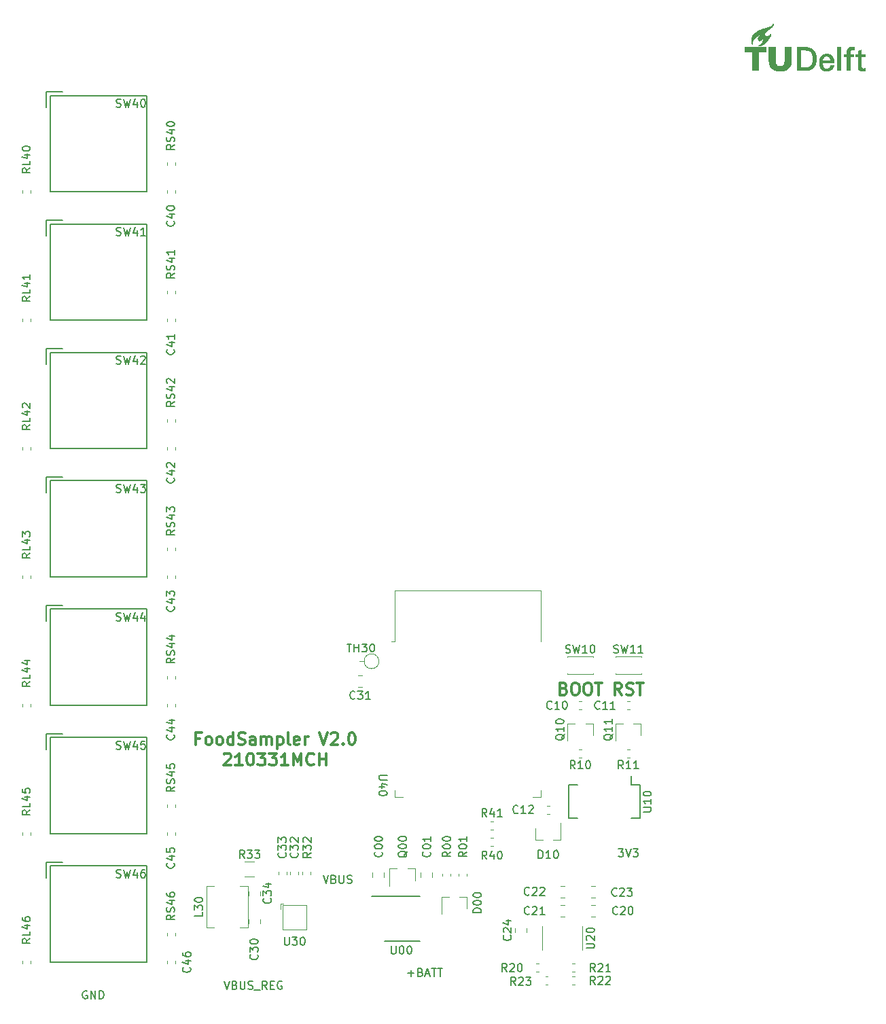
<source format=gbr>
G04 #@! TF.GenerationSoftware,KiCad,Pcbnew,(5.0.1-3-g963ef8bb5)*
G04 #@! TF.CreationDate,2021-04-06T11:18:42+02:00*
G04 #@! TF.ProjectId,foodSampler_v20,666F6F6453616D706C65725F7632302E,rev?*
G04 #@! TF.SameCoordinates,Original*
G04 #@! TF.FileFunction,Legend,Top*
G04 #@! TF.FilePolarity,Positive*
%FSLAX46Y46*%
G04 Gerber Fmt 4.6, Leading zero omitted, Abs format (unit mm)*
G04 Created by KiCad (PCBNEW (5.0.1-3-g963ef8bb5)) date 2021 April 06, Tuesday 11:18:42*
%MOMM*%
%LPD*%
G01*
G04 APERTURE LIST*
%ADD10C,0.200000*%
%ADD11C,0.300000*%
%ADD12C,0.120000*%
%ADD13C,0.150000*%
%ADD14C,0.100000*%
%ADD15C,0.010000*%
G04 APERTURE END LIST*
D10*
X101761904Y-134852380D02*
X102380952Y-134852380D01*
X102047619Y-135233333D01*
X102190476Y-135233333D01*
X102285714Y-135280952D01*
X102333333Y-135328571D01*
X102380952Y-135423809D01*
X102380952Y-135661904D01*
X102333333Y-135757142D01*
X102285714Y-135804761D01*
X102190476Y-135852380D01*
X101904761Y-135852380D01*
X101809523Y-135804761D01*
X101761904Y-135757142D01*
X102666666Y-134852380D02*
X103000000Y-135852380D01*
X103333333Y-134852380D01*
X103571428Y-134852380D02*
X104190476Y-134852380D01*
X103857142Y-135233333D01*
X104000000Y-135233333D01*
X104095238Y-135280952D01*
X104142857Y-135328571D01*
X104190476Y-135423809D01*
X104190476Y-135661904D01*
X104142857Y-135757142D01*
X104095238Y-135804761D01*
X104000000Y-135852380D01*
X103714285Y-135852380D01*
X103619047Y-135804761D01*
X103571428Y-135757142D01*
X64966666Y-138152380D02*
X65300000Y-139152380D01*
X65633333Y-138152380D01*
X66300000Y-138628571D02*
X66442857Y-138676190D01*
X66490476Y-138723809D01*
X66538095Y-138819047D01*
X66538095Y-138961904D01*
X66490476Y-139057142D01*
X66442857Y-139104761D01*
X66347619Y-139152380D01*
X65966666Y-139152380D01*
X65966666Y-138152380D01*
X66300000Y-138152380D01*
X66395238Y-138200000D01*
X66442857Y-138247619D01*
X66490476Y-138342857D01*
X66490476Y-138438095D01*
X66442857Y-138533333D01*
X66395238Y-138580952D01*
X66300000Y-138628571D01*
X65966666Y-138628571D01*
X66966666Y-138152380D02*
X66966666Y-138961904D01*
X67014285Y-139057142D01*
X67061904Y-139104761D01*
X67157142Y-139152380D01*
X67347619Y-139152380D01*
X67442857Y-139104761D01*
X67490476Y-139057142D01*
X67538095Y-138961904D01*
X67538095Y-138152380D01*
X67966666Y-139104761D02*
X68109523Y-139152380D01*
X68347619Y-139152380D01*
X68442857Y-139104761D01*
X68490476Y-139057142D01*
X68538095Y-138961904D01*
X68538095Y-138866666D01*
X68490476Y-138771428D01*
X68442857Y-138723809D01*
X68347619Y-138676190D01*
X68157142Y-138628571D01*
X68061904Y-138580952D01*
X68014285Y-138533333D01*
X67966666Y-138438095D01*
X67966666Y-138342857D01*
X68014285Y-138247619D01*
X68061904Y-138200000D01*
X68157142Y-138152380D01*
X68395238Y-138152380D01*
X68538095Y-138200000D01*
X75528571Y-150371428D02*
X76290476Y-150371428D01*
X75909523Y-150752380D02*
X75909523Y-149990476D01*
X77100000Y-150228571D02*
X77242857Y-150276190D01*
X77290476Y-150323809D01*
X77338095Y-150419047D01*
X77338095Y-150561904D01*
X77290476Y-150657142D01*
X77242857Y-150704761D01*
X77147619Y-150752380D01*
X76766666Y-150752380D01*
X76766666Y-149752380D01*
X77100000Y-149752380D01*
X77195238Y-149800000D01*
X77242857Y-149847619D01*
X77290476Y-149942857D01*
X77290476Y-150038095D01*
X77242857Y-150133333D01*
X77195238Y-150180952D01*
X77100000Y-150228571D01*
X76766666Y-150228571D01*
X77719047Y-150466666D02*
X78195238Y-150466666D01*
X77623809Y-150752380D02*
X77957142Y-149752380D01*
X78290476Y-150752380D01*
X78480952Y-149752380D02*
X79052380Y-149752380D01*
X78766666Y-150752380D02*
X78766666Y-149752380D01*
X79242857Y-149752380D02*
X79814285Y-149752380D01*
X79528571Y-150752380D02*
X79528571Y-149752380D01*
X35538095Y-152600000D02*
X35442857Y-152552380D01*
X35300000Y-152552380D01*
X35157142Y-152600000D01*
X35061904Y-152695238D01*
X35014285Y-152790476D01*
X34966666Y-152980952D01*
X34966666Y-153123809D01*
X35014285Y-153314285D01*
X35061904Y-153409523D01*
X35157142Y-153504761D01*
X35300000Y-153552380D01*
X35395238Y-153552380D01*
X35538095Y-153504761D01*
X35585714Y-153457142D01*
X35585714Y-153123809D01*
X35395238Y-153123809D01*
X36014285Y-153552380D02*
X36014285Y-152552380D01*
X36585714Y-153552380D01*
X36585714Y-152552380D01*
X37061904Y-153552380D02*
X37061904Y-152552380D01*
X37300000Y-152552380D01*
X37442857Y-152600000D01*
X37538095Y-152695238D01*
X37585714Y-152790476D01*
X37633333Y-152980952D01*
X37633333Y-153123809D01*
X37585714Y-153314285D01*
X37538095Y-153409523D01*
X37442857Y-153504761D01*
X37300000Y-153552380D01*
X37061904Y-153552380D01*
X52633333Y-151352380D02*
X52966666Y-152352380D01*
X53300000Y-151352380D01*
X53966666Y-151828571D02*
X54109523Y-151876190D01*
X54157142Y-151923809D01*
X54204761Y-152019047D01*
X54204761Y-152161904D01*
X54157142Y-152257142D01*
X54109523Y-152304761D01*
X54014285Y-152352380D01*
X53633333Y-152352380D01*
X53633333Y-151352380D01*
X53966666Y-151352380D01*
X54061904Y-151400000D01*
X54109523Y-151447619D01*
X54157142Y-151542857D01*
X54157142Y-151638095D01*
X54109523Y-151733333D01*
X54061904Y-151780952D01*
X53966666Y-151828571D01*
X53633333Y-151828571D01*
X54633333Y-151352380D02*
X54633333Y-152161904D01*
X54680952Y-152257142D01*
X54728571Y-152304761D01*
X54823809Y-152352380D01*
X55014285Y-152352380D01*
X55109523Y-152304761D01*
X55157142Y-152257142D01*
X55204761Y-152161904D01*
X55204761Y-151352380D01*
X55633333Y-152304761D02*
X55776190Y-152352380D01*
X56014285Y-152352380D01*
X56109523Y-152304761D01*
X56157142Y-152257142D01*
X56204761Y-152161904D01*
X56204761Y-152066666D01*
X56157142Y-151971428D01*
X56109523Y-151923809D01*
X56014285Y-151876190D01*
X55823809Y-151828571D01*
X55728571Y-151780952D01*
X55680952Y-151733333D01*
X55633333Y-151638095D01*
X55633333Y-151542857D01*
X55680952Y-151447619D01*
X55728571Y-151400000D01*
X55823809Y-151352380D01*
X56061904Y-151352380D01*
X56204761Y-151400000D01*
X56395238Y-152447619D02*
X57157142Y-152447619D01*
X57966666Y-152352380D02*
X57633333Y-151876190D01*
X57395238Y-152352380D02*
X57395238Y-151352380D01*
X57776190Y-151352380D01*
X57871428Y-151400000D01*
X57919047Y-151447619D01*
X57966666Y-151542857D01*
X57966666Y-151685714D01*
X57919047Y-151780952D01*
X57871428Y-151828571D01*
X57776190Y-151876190D01*
X57395238Y-151876190D01*
X58395238Y-151828571D02*
X58728571Y-151828571D01*
X58871428Y-152352380D02*
X58395238Y-152352380D01*
X58395238Y-151352380D01*
X58871428Y-151352380D01*
X59823809Y-151400000D02*
X59728571Y-151352380D01*
X59585714Y-151352380D01*
X59442857Y-151400000D01*
X59347619Y-151495238D01*
X59300000Y-151590476D01*
X59252380Y-151780952D01*
X59252380Y-151923809D01*
X59300000Y-152114285D01*
X59347619Y-152209523D01*
X59442857Y-152304761D01*
X59585714Y-152352380D01*
X59680952Y-152352380D01*
X59823809Y-152304761D01*
X59871428Y-152257142D01*
X59871428Y-151923809D01*
X59680952Y-151923809D01*
D11*
X49607142Y-121117857D02*
X49107142Y-121117857D01*
X49107142Y-121903571D02*
X49107142Y-120403571D01*
X49821428Y-120403571D01*
X50607142Y-121903571D02*
X50464285Y-121832142D01*
X50392857Y-121760714D01*
X50321428Y-121617857D01*
X50321428Y-121189285D01*
X50392857Y-121046428D01*
X50464285Y-120975000D01*
X50607142Y-120903571D01*
X50821428Y-120903571D01*
X50964285Y-120975000D01*
X51035714Y-121046428D01*
X51107142Y-121189285D01*
X51107142Y-121617857D01*
X51035714Y-121760714D01*
X50964285Y-121832142D01*
X50821428Y-121903571D01*
X50607142Y-121903571D01*
X51964285Y-121903571D02*
X51821428Y-121832142D01*
X51750000Y-121760714D01*
X51678571Y-121617857D01*
X51678571Y-121189285D01*
X51750000Y-121046428D01*
X51821428Y-120975000D01*
X51964285Y-120903571D01*
X52178571Y-120903571D01*
X52321428Y-120975000D01*
X52392857Y-121046428D01*
X52464285Y-121189285D01*
X52464285Y-121617857D01*
X52392857Y-121760714D01*
X52321428Y-121832142D01*
X52178571Y-121903571D01*
X51964285Y-121903571D01*
X53750000Y-121903571D02*
X53750000Y-120403571D01*
X53750000Y-121832142D02*
X53607142Y-121903571D01*
X53321428Y-121903571D01*
X53178571Y-121832142D01*
X53107142Y-121760714D01*
X53035714Y-121617857D01*
X53035714Y-121189285D01*
X53107142Y-121046428D01*
X53178571Y-120975000D01*
X53321428Y-120903571D01*
X53607142Y-120903571D01*
X53750000Y-120975000D01*
X54392857Y-121832142D02*
X54607142Y-121903571D01*
X54964285Y-121903571D01*
X55107142Y-121832142D01*
X55178571Y-121760714D01*
X55250000Y-121617857D01*
X55250000Y-121475000D01*
X55178571Y-121332142D01*
X55107142Y-121260714D01*
X54964285Y-121189285D01*
X54678571Y-121117857D01*
X54535714Y-121046428D01*
X54464285Y-120975000D01*
X54392857Y-120832142D01*
X54392857Y-120689285D01*
X54464285Y-120546428D01*
X54535714Y-120475000D01*
X54678571Y-120403571D01*
X55035714Y-120403571D01*
X55250000Y-120475000D01*
X56535714Y-121903571D02*
X56535714Y-121117857D01*
X56464285Y-120975000D01*
X56321428Y-120903571D01*
X56035714Y-120903571D01*
X55892857Y-120975000D01*
X56535714Y-121832142D02*
X56392857Y-121903571D01*
X56035714Y-121903571D01*
X55892857Y-121832142D01*
X55821428Y-121689285D01*
X55821428Y-121546428D01*
X55892857Y-121403571D01*
X56035714Y-121332142D01*
X56392857Y-121332142D01*
X56535714Y-121260714D01*
X57250000Y-121903571D02*
X57250000Y-120903571D01*
X57250000Y-121046428D02*
X57321428Y-120975000D01*
X57464285Y-120903571D01*
X57678571Y-120903571D01*
X57821428Y-120975000D01*
X57892857Y-121117857D01*
X57892857Y-121903571D01*
X57892857Y-121117857D02*
X57964285Y-120975000D01*
X58107142Y-120903571D01*
X58321428Y-120903571D01*
X58464285Y-120975000D01*
X58535714Y-121117857D01*
X58535714Y-121903571D01*
X59250000Y-120903571D02*
X59250000Y-122403571D01*
X59250000Y-120975000D02*
X59392857Y-120903571D01*
X59678571Y-120903571D01*
X59821428Y-120975000D01*
X59892857Y-121046428D01*
X59964285Y-121189285D01*
X59964285Y-121617857D01*
X59892857Y-121760714D01*
X59821428Y-121832142D01*
X59678571Y-121903571D01*
X59392857Y-121903571D01*
X59250000Y-121832142D01*
X60821428Y-121903571D02*
X60678571Y-121832142D01*
X60607142Y-121689285D01*
X60607142Y-120403571D01*
X61964285Y-121832142D02*
X61821428Y-121903571D01*
X61535714Y-121903571D01*
X61392857Y-121832142D01*
X61321428Y-121689285D01*
X61321428Y-121117857D01*
X61392857Y-120975000D01*
X61535714Y-120903571D01*
X61821428Y-120903571D01*
X61964285Y-120975000D01*
X62035714Y-121117857D01*
X62035714Y-121260714D01*
X61321428Y-121403571D01*
X62678571Y-121903571D02*
X62678571Y-120903571D01*
X62678571Y-121189285D02*
X62750000Y-121046428D01*
X62821428Y-120975000D01*
X62964285Y-120903571D01*
X63107142Y-120903571D01*
X64535714Y-120403571D02*
X65035714Y-121903571D01*
X65535714Y-120403571D01*
X65964285Y-120546428D02*
X66035714Y-120475000D01*
X66178571Y-120403571D01*
X66535714Y-120403571D01*
X66678571Y-120475000D01*
X66750000Y-120546428D01*
X66821428Y-120689285D01*
X66821428Y-120832142D01*
X66750000Y-121046428D01*
X65892857Y-121903571D01*
X66821428Y-121903571D01*
X67464285Y-121760714D02*
X67535714Y-121832142D01*
X67464285Y-121903571D01*
X67392857Y-121832142D01*
X67464285Y-121760714D01*
X67464285Y-121903571D01*
X68464285Y-120403571D02*
X68607142Y-120403571D01*
X68750000Y-120475000D01*
X68821428Y-120546428D01*
X68892857Y-120689285D01*
X68964285Y-120975000D01*
X68964285Y-121332142D01*
X68892857Y-121617857D01*
X68821428Y-121760714D01*
X68750000Y-121832142D01*
X68607142Y-121903571D01*
X68464285Y-121903571D01*
X68321428Y-121832142D01*
X68250000Y-121760714D01*
X68178571Y-121617857D01*
X68107142Y-121332142D01*
X68107142Y-120975000D01*
X68178571Y-120689285D01*
X68250000Y-120546428D01*
X68321428Y-120475000D01*
X68464285Y-120403571D01*
X52607142Y-123096428D02*
X52678571Y-123025000D01*
X52821428Y-122953571D01*
X53178571Y-122953571D01*
X53321428Y-123025000D01*
X53392857Y-123096428D01*
X53464285Y-123239285D01*
X53464285Y-123382142D01*
X53392857Y-123596428D01*
X52535714Y-124453571D01*
X53464285Y-124453571D01*
X54892857Y-124453571D02*
X54035714Y-124453571D01*
X54464285Y-124453571D02*
X54464285Y-122953571D01*
X54321428Y-123167857D01*
X54178571Y-123310714D01*
X54035714Y-123382142D01*
X55821428Y-122953571D02*
X55964285Y-122953571D01*
X56107142Y-123025000D01*
X56178571Y-123096428D01*
X56249999Y-123239285D01*
X56321428Y-123525000D01*
X56321428Y-123882142D01*
X56249999Y-124167857D01*
X56178571Y-124310714D01*
X56107142Y-124382142D01*
X55964285Y-124453571D01*
X55821428Y-124453571D01*
X55678571Y-124382142D01*
X55607142Y-124310714D01*
X55535714Y-124167857D01*
X55464285Y-123882142D01*
X55464285Y-123525000D01*
X55535714Y-123239285D01*
X55607142Y-123096428D01*
X55678571Y-123025000D01*
X55821428Y-122953571D01*
X56821428Y-122953571D02*
X57749999Y-122953571D01*
X57249999Y-123525000D01*
X57464285Y-123525000D01*
X57607142Y-123596428D01*
X57678571Y-123667857D01*
X57749999Y-123810714D01*
X57749999Y-124167857D01*
X57678571Y-124310714D01*
X57607142Y-124382142D01*
X57464285Y-124453571D01*
X57035714Y-124453571D01*
X56892857Y-124382142D01*
X56821428Y-124310714D01*
X58249999Y-122953571D02*
X59178571Y-122953571D01*
X58678571Y-123525000D01*
X58892857Y-123525000D01*
X59035714Y-123596428D01*
X59107142Y-123667857D01*
X59178571Y-123810714D01*
X59178571Y-124167857D01*
X59107142Y-124310714D01*
X59035714Y-124382142D01*
X58892857Y-124453571D01*
X58464285Y-124453571D01*
X58321428Y-124382142D01*
X58249999Y-124310714D01*
X60607142Y-124453571D02*
X59749999Y-124453571D01*
X60178571Y-124453571D02*
X60178571Y-122953571D01*
X60035714Y-123167857D01*
X59892857Y-123310714D01*
X59749999Y-123382142D01*
X61249999Y-124453571D02*
X61249999Y-122953571D01*
X61749999Y-124025000D01*
X62249999Y-122953571D01*
X62249999Y-124453571D01*
X63821428Y-124310714D02*
X63750000Y-124382142D01*
X63535714Y-124453571D01*
X63392857Y-124453571D01*
X63178571Y-124382142D01*
X63035714Y-124239285D01*
X62964285Y-124096428D01*
X62892857Y-123810714D01*
X62892857Y-123596428D01*
X62964285Y-123310714D01*
X63035714Y-123167857D01*
X63178571Y-123025000D01*
X63392857Y-122953571D01*
X63535714Y-122953571D01*
X63750000Y-123025000D01*
X63821428Y-123096428D01*
X64464285Y-124453571D02*
X64464285Y-122953571D01*
X64464285Y-123667857D02*
X65321428Y-123667857D01*
X65321428Y-124453571D02*
X65321428Y-122953571D01*
X102178571Y-115678571D02*
X101678571Y-114964285D01*
X101321428Y-115678571D02*
X101321428Y-114178571D01*
X101892857Y-114178571D01*
X102035714Y-114250000D01*
X102107142Y-114321428D01*
X102178571Y-114464285D01*
X102178571Y-114678571D01*
X102107142Y-114821428D01*
X102035714Y-114892857D01*
X101892857Y-114964285D01*
X101321428Y-114964285D01*
X102750000Y-115607142D02*
X102964285Y-115678571D01*
X103321428Y-115678571D01*
X103464285Y-115607142D01*
X103535714Y-115535714D01*
X103607142Y-115392857D01*
X103607142Y-115250000D01*
X103535714Y-115107142D01*
X103464285Y-115035714D01*
X103321428Y-114964285D01*
X103035714Y-114892857D01*
X102892857Y-114821428D01*
X102821428Y-114750000D01*
X102750000Y-114607142D01*
X102750000Y-114464285D01*
X102821428Y-114321428D01*
X102892857Y-114250000D01*
X103035714Y-114178571D01*
X103392857Y-114178571D01*
X103607142Y-114250000D01*
X104035714Y-114178571D02*
X104892857Y-114178571D01*
X104464285Y-115678571D02*
X104464285Y-114178571D01*
X94964285Y-114892857D02*
X95178571Y-114964285D01*
X95250000Y-115035714D01*
X95321428Y-115178571D01*
X95321428Y-115392857D01*
X95250000Y-115535714D01*
X95178571Y-115607142D01*
X95035714Y-115678571D01*
X94464285Y-115678571D01*
X94464285Y-114178571D01*
X94964285Y-114178571D01*
X95107142Y-114250000D01*
X95178571Y-114321428D01*
X95250000Y-114464285D01*
X95250000Y-114607142D01*
X95178571Y-114750000D01*
X95107142Y-114821428D01*
X94964285Y-114892857D01*
X94464285Y-114892857D01*
X96250000Y-114178571D02*
X96535714Y-114178571D01*
X96678571Y-114250000D01*
X96821428Y-114392857D01*
X96892857Y-114678571D01*
X96892857Y-115178571D01*
X96821428Y-115464285D01*
X96678571Y-115607142D01*
X96535714Y-115678571D01*
X96250000Y-115678571D01*
X96107142Y-115607142D01*
X95964285Y-115464285D01*
X95892857Y-115178571D01*
X95892857Y-114678571D01*
X95964285Y-114392857D01*
X96107142Y-114250000D01*
X96250000Y-114178571D01*
X97821428Y-114178571D02*
X98107142Y-114178571D01*
X98250000Y-114250000D01*
X98392857Y-114392857D01*
X98464285Y-114678571D01*
X98464285Y-115178571D01*
X98392857Y-115464285D01*
X98250000Y-115607142D01*
X98107142Y-115678571D01*
X97821428Y-115678571D01*
X97678571Y-115607142D01*
X97535714Y-115464285D01*
X97464285Y-115178571D01*
X97464285Y-114678571D01*
X97535714Y-114392857D01*
X97678571Y-114250000D01*
X97821428Y-114178571D01*
X98892857Y-114178571D02*
X99750000Y-114178571D01*
X99321428Y-115678571D02*
X99321428Y-114178571D01*
D12*
G04 #@! TO.C,R41*
X86162779Y-131490000D02*
X85837221Y-131490000D01*
X86162779Y-132510000D02*
X85837221Y-132510000D01*
G04 #@! TO.C,C00*
X71113194Y-138363158D02*
X71113194Y-137846002D01*
X72533194Y-138363158D02*
X72533194Y-137846002D01*
G04 #@! TO.C,C01*
X78533194Y-138363158D02*
X78533194Y-137846002D01*
X77113194Y-138363158D02*
X77113194Y-137846002D01*
G04 #@! TO.C,C10*
X97162779Y-116490000D02*
X96837221Y-116490000D01*
X97162779Y-117510000D02*
X96837221Y-117510000D01*
G04 #@! TO.C,C11*
X103162779Y-117510000D02*
X102837221Y-117510000D01*
X103162779Y-116490000D02*
X102837221Y-116490000D01*
G04 #@! TO.C,C12*
X93162779Y-130510000D02*
X92837221Y-130510000D01*
X93162779Y-129490000D02*
X92837221Y-129490000D01*
G04 #@! TO.C,C20*
X98341422Y-141890000D02*
X98858578Y-141890000D01*
X98341422Y-143310000D02*
X98858578Y-143310000D01*
G04 #@! TO.C,C21*
X95058578Y-141890000D02*
X94541422Y-141890000D01*
X95058578Y-143310000D02*
X94541422Y-143310000D01*
G04 #@! TO.C,C22*
X95058578Y-140910000D02*
X94541422Y-140910000D01*
X95058578Y-139490000D02*
X94541422Y-139490000D01*
G04 #@! TO.C,C23*
X98341422Y-140910000D02*
X98858578Y-140910000D01*
X98341422Y-139490000D02*
X98858578Y-139490000D01*
G04 #@! TO.C,C30*
X57110000Y-144158578D02*
X57110000Y-143641422D01*
X55690000Y-144158578D02*
X55690000Y-143641422D01*
G04 #@! TO.C,C31*
X69303922Y-113290000D02*
X69821078Y-113290000D01*
X69303922Y-114710000D02*
X69821078Y-114710000D01*
G04 #@! TO.C,C33*
X60410000Y-137737221D02*
X60410000Y-138062779D01*
X59390000Y-137737221D02*
X59390000Y-138062779D01*
G04 #@! TO.C,C34*
X57110000Y-140141422D02*
X57110000Y-140658578D01*
X55690000Y-140141422D02*
X55690000Y-140658578D01*
G04 #@! TO.C,C40*
X46510000Y-52837221D02*
X46510000Y-53162779D01*
X45490000Y-52837221D02*
X45490000Y-53162779D01*
G04 #@! TO.C,C41*
X45490000Y-68837221D02*
X45490000Y-69162779D01*
X46510000Y-68837221D02*
X46510000Y-69162779D01*
G04 #@! TO.C,C42*
X45490000Y-84837221D02*
X45490000Y-85162779D01*
X46510000Y-84837221D02*
X46510000Y-85162779D01*
G04 #@! TO.C,C43*
X45490000Y-100837221D02*
X45490000Y-101162779D01*
X46510000Y-100837221D02*
X46510000Y-101162779D01*
G04 #@! TO.C,C44*
X46510000Y-116837221D02*
X46510000Y-117162779D01*
X45490000Y-116837221D02*
X45490000Y-117162779D01*
G04 #@! TO.C,C45*
X45490000Y-132837221D02*
X45490000Y-133162779D01*
X46510000Y-132837221D02*
X46510000Y-133162779D01*
G04 #@! TO.C,C46*
X46510000Y-148837221D02*
X46510000Y-149162779D01*
X45490000Y-148837221D02*
X45490000Y-149162779D01*
G04 #@! TO.C,D00*
X82903194Y-140844580D02*
X82903194Y-142304580D01*
X79743194Y-140844580D02*
X79743194Y-143004580D01*
X79743194Y-140844580D02*
X80673194Y-140844580D01*
X82903194Y-140844580D02*
X81973194Y-140844580D01*
G04 #@! TO.C,Q00*
X76403194Y-137344580D02*
X75473194Y-137344580D01*
X73243194Y-137344580D02*
X74173194Y-137344580D01*
X73243194Y-137344580D02*
X73243194Y-139504580D01*
X76403194Y-137344580D02*
X76403194Y-138804580D01*
G04 #@! TO.C,Q10*
X98580000Y-119240000D02*
X97650000Y-119240000D01*
X95420000Y-119240000D02*
X96350000Y-119240000D01*
X95420000Y-119240000D02*
X95420000Y-121400000D01*
X98580000Y-119240000D02*
X98580000Y-120700000D01*
G04 #@! TO.C,Q11*
X104580000Y-119240000D02*
X104580000Y-120700000D01*
X101420000Y-119240000D02*
X101420000Y-121400000D01*
X101420000Y-119240000D02*
X102350000Y-119240000D01*
X104580000Y-119240000D02*
X103650000Y-119240000D01*
G04 #@! TO.C,R00*
X80833194Y-138267359D02*
X80833194Y-137941801D01*
X79813194Y-138267359D02*
X79813194Y-137941801D01*
G04 #@! TO.C,R01*
X81813194Y-138267359D02*
X81813194Y-137941801D01*
X82833194Y-138267359D02*
X82833194Y-137941801D01*
G04 #@! TO.C,R10*
X97162779Y-123510000D02*
X96837221Y-123510000D01*
X97162779Y-122490000D02*
X96837221Y-122490000D01*
G04 #@! TO.C,R11*
X103162779Y-122490000D02*
X102837221Y-122490000D01*
X103162779Y-123510000D02*
X102837221Y-123510000D01*
G04 #@! TO.C,R20*
X91862779Y-150210000D02*
X91537221Y-150210000D01*
X91862779Y-149190000D02*
X91537221Y-149190000D01*
G04 #@! TO.C,R21*
X96350279Y-149190000D02*
X96024721Y-149190000D01*
X96350279Y-150210000D02*
X96024721Y-150210000D01*
G04 #@! TO.C,R22*
X96350279Y-151810000D02*
X96024721Y-151810000D01*
X96350279Y-150790000D02*
X96024721Y-150790000D01*
G04 #@! TO.C,R23*
X92975279Y-150790000D02*
X92649721Y-150790000D01*
X92975279Y-151810000D02*
X92649721Y-151810000D01*
G04 #@! TO.C,R32*
X62390000Y-138062779D02*
X62390000Y-137737221D01*
X63410000Y-138062779D02*
X63410000Y-137737221D01*
G04 #@! TO.C,R33*
X55197936Y-136490000D02*
X56402064Y-136490000D01*
X55197936Y-138310000D02*
X56402064Y-138310000D01*
G04 #@! TO.C,R40*
X85837221Y-133490000D02*
X86162779Y-133490000D01*
X85837221Y-134510000D02*
X86162779Y-134510000D01*
G04 #@! TO.C,RL40*
X27490000Y-52837221D02*
X27490000Y-53162779D01*
X28510000Y-52837221D02*
X28510000Y-53162779D01*
G04 #@! TO.C,RL41*
X28510000Y-68837221D02*
X28510000Y-69162779D01*
X27490000Y-68837221D02*
X27490000Y-69162779D01*
G04 #@! TO.C,RL42*
X27490000Y-84837221D02*
X27490000Y-85162779D01*
X28510000Y-84837221D02*
X28510000Y-85162779D01*
G04 #@! TO.C,RL43*
X28510000Y-100837221D02*
X28510000Y-101162779D01*
X27490000Y-100837221D02*
X27490000Y-101162779D01*
G04 #@! TO.C,RL44*
X27490000Y-116837221D02*
X27490000Y-117162779D01*
X28510000Y-116837221D02*
X28510000Y-117162779D01*
G04 #@! TO.C,RL45*
X28510000Y-132837221D02*
X28510000Y-133162779D01*
X27490000Y-132837221D02*
X27490000Y-133162779D01*
G04 #@! TO.C,RL46*
X27490000Y-148837221D02*
X27490000Y-149162779D01*
X28510000Y-148837221D02*
X28510000Y-149162779D01*
G04 #@! TO.C,RS40*
X46510000Y-49337221D02*
X46510000Y-49662779D01*
X45490000Y-49337221D02*
X45490000Y-49662779D01*
G04 #@! TO.C,RS41*
X46510000Y-65337221D02*
X46510000Y-65662779D01*
X45490000Y-65337221D02*
X45490000Y-65662779D01*
G04 #@! TO.C,RS42*
X45490000Y-81337221D02*
X45490000Y-81662779D01*
X46510000Y-81337221D02*
X46510000Y-81662779D01*
G04 #@! TO.C,RS43*
X45490000Y-97337221D02*
X45490000Y-97662779D01*
X46510000Y-97337221D02*
X46510000Y-97662779D01*
G04 #@! TO.C,RS44*
X45490000Y-113337221D02*
X45490000Y-113662779D01*
X46510000Y-113337221D02*
X46510000Y-113662779D01*
G04 #@! TO.C,RS45*
X46510000Y-129337221D02*
X46510000Y-129662779D01*
X45490000Y-129337221D02*
X45490000Y-129662779D01*
G04 #@! TO.C,RS46*
X45490000Y-145337221D02*
X45490000Y-145662779D01*
X46510000Y-145337221D02*
X46510000Y-145662779D01*
D13*
G04 #@! TO.C,SW40*
X31000000Y-41000000D02*
X43000000Y-41000000D01*
X43000000Y-41000000D02*
X43000000Y-53000000D01*
X43000000Y-53000000D02*
X31000000Y-53000000D01*
X31000000Y-53000000D02*
X31000000Y-41000000D01*
X30500000Y-42500000D02*
X30500000Y-40500000D01*
X30500000Y-40500000D02*
X32000000Y-40500000D01*
X32000000Y-40500000D02*
X32500000Y-40500000D01*
G04 #@! TO.C,SW41*
X32000000Y-56500000D02*
X32500000Y-56500000D01*
X30500000Y-56500000D02*
X32000000Y-56500000D01*
X30500000Y-58500000D02*
X30500000Y-56500000D01*
X31000000Y-69000000D02*
X31000000Y-57000000D01*
X43000000Y-69000000D02*
X31000000Y-69000000D01*
X43000000Y-57000000D02*
X43000000Y-69000000D01*
X31000000Y-57000000D02*
X43000000Y-57000000D01*
G04 #@! TO.C,SW42*
X31000000Y-73000000D02*
X43000000Y-73000000D01*
X43000000Y-73000000D02*
X43000000Y-85000000D01*
X43000000Y-85000000D02*
X31000000Y-85000000D01*
X31000000Y-85000000D02*
X31000000Y-73000000D01*
X30500000Y-74500000D02*
X30500000Y-72500000D01*
X30500000Y-72500000D02*
X32000000Y-72500000D01*
X32000000Y-72500000D02*
X32500000Y-72500000D01*
G04 #@! TO.C,SW43*
X31000000Y-89000000D02*
X43000000Y-89000000D01*
X43000000Y-89000000D02*
X43000000Y-101000000D01*
X43000000Y-101000000D02*
X31000000Y-101000000D01*
X31000000Y-101000000D02*
X31000000Y-89000000D01*
X30500000Y-90500000D02*
X30500000Y-88500000D01*
X30500000Y-88500000D02*
X32000000Y-88500000D01*
X32000000Y-88500000D02*
X32500000Y-88500000D01*
G04 #@! TO.C,SW44*
X32000000Y-104500000D02*
X32500000Y-104500000D01*
X30500000Y-104500000D02*
X32000000Y-104500000D01*
X30500000Y-106500000D02*
X30500000Y-104500000D01*
X31000000Y-117000000D02*
X31000000Y-105000000D01*
X43000000Y-117000000D02*
X31000000Y-117000000D01*
X43000000Y-105000000D02*
X43000000Y-117000000D01*
X31000000Y-105000000D02*
X43000000Y-105000000D01*
G04 #@! TO.C,SW45*
X31000000Y-121000000D02*
X43000000Y-121000000D01*
X43000000Y-121000000D02*
X43000000Y-133000000D01*
X43000000Y-133000000D02*
X31000000Y-133000000D01*
X31000000Y-133000000D02*
X31000000Y-121000000D01*
X30500000Y-122500000D02*
X30500000Y-120500000D01*
X30500000Y-120500000D02*
X32000000Y-120500000D01*
X32000000Y-120500000D02*
X32500000Y-120500000D01*
G04 #@! TO.C,SW46*
X32000000Y-136500000D02*
X32500000Y-136500000D01*
X30500000Y-136500000D02*
X32000000Y-136500000D01*
X30500000Y-138500000D02*
X30500000Y-136500000D01*
X31000000Y-149000000D02*
X31000000Y-137000000D01*
X43000000Y-149000000D02*
X31000000Y-149000000D01*
X43000000Y-137000000D02*
X43000000Y-149000000D01*
X31000000Y-137000000D02*
X43000000Y-137000000D01*
D12*
G04 #@! TO.C,TH30*
X71920000Y-111500000D02*
G75*
G03X71920000Y-111500000I-920000J0D01*
G01*
X70080000Y-111500000D02*
X69460000Y-111500000D01*
D13*
G04 #@! TO.C,U00*
X72623194Y-146329580D02*
X77023194Y-146329580D01*
X71048194Y-140804580D02*
X77023194Y-140804580D01*
G04 #@! TO.C,U10*
X103365000Y-126925000D02*
X104475000Y-126925000D01*
X104475000Y-131075000D02*
X103365000Y-131075000D01*
X95525000Y-131075000D02*
X96635000Y-131075000D01*
X95525000Y-126925000D02*
X96635000Y-126925000D01*
X104475000Y-126925000D02*
X104475000Y-131075000D01*
X95525000Y-126925000D02*
X95525000Y-131075000D01*
X103365000Y-126925000D02*
X103365000Y-125800000D01*
D12*
G04 #@! TO.C,U40*
X73880000Y-127600000D02*
X73880000Y-128380000D01*
X73880000Y-128380000D02*
X74880000Y-128380000D01*
X92120000Y-127600000D02*
X92120000Y-128380000D01*
X92120000Y-128380000D02*
X91120000Y-128380000D01*
X73880000Y-102635000D02*
X92120000Y-102635000D01*
X92120000Y-102635000D02*
X92120000Y-109055000D01*
X73880000Y-102635000D02*
X73880000Y-109055000D01*
X73880000Y-109055000D02*
X73500000Y-109055000D01*
G04 #@! TO.C,SW10*
X95380000Y-110880000D02*
X98620000Y-110880000D01*
X98620000Y-110880000D02*
X98620000Y-110980000D01*
X95380000Y-110880000D02*
X95380000Y-110980000D01*
X95380000Y-113120000D02*
X98620000Y-113120000D01*
X98620000Y-113020000D02*
X98620000Y-113120000D01*
X95380000Y-113020000D02*
X95380000Y-113120000D01*
G04 #@! TO.C,SW11*
X101380000Y-113020000D02*
X101380000Y-113120000D01*
X104620000Y-113020000D02*
X104620000Y-113120000D01*
X101380000Y-113120000D02*
X104620000Y-113120000D01*
X101380000Y-110880000D02*
X101380000Y-110980000D01*
X104620000Y-110880000D02*
X104620000Y-110980000D01*
X101380000Y-110880000D02*
X104620000Y-110880000D01*
G04 #@! TO.C,D10*
X91420000Y-133760000D02*
X92350000Y-133760000D01*
X94580000Y-133760000D02*
X93650000Y-133760000D01*
X94580000Y-133760000D02*
X94580000Y-131600000D01*
X91420000Y-133760000D02*
X91420000Y-132300000D01*
D14*
G04 #@! TO.C,L30*
X51400000Y-144700000D02*
X50400000Y-144700000D01*
X50400000Y-144700000D02*
X50400000Y-139500000D01*
X50400000Y-139500000D02*
X51400000Y-139500000D01*
X54600000Y-144700000D02*
X55600000Y-144700000D01*
X55600000Y-144700000D02*
X55600000Y-139500000D01*
X55600000Y-139500000D02*
X54600000Y-139500000D01*
G04 #@! TO.C,U30*
X59900000Y-141900000D02*
X59900000Y-144900000D01*
X59900000Y-144900000D02*
X62900000Y-144900000D01*
X62900000Y-144900000D02*
X62900000Y-141900000D01*
X62900000Y-141900000D02*
X59900000Y-141900000D01*
X59700000Y-142400000D02*
X59700000Y-141700000D01*
X59700000Y-141700000D02*
X60000000Y-141700000D01*
D12*
G04 #@! TO.C,C24*
X88890000Y-145258578D02*
X88890000Y-144741422D01*
X90310000Y-145258578D02*
X90310000Y-144741422D01*
D14*
G04 #@! TO.C,U20*
X92300000Y-147500000D02*
X92300000Y-144500000D01*
X97300000Y-147500000D02*
X97300000Y-144500000D01*
D12*
G04 #@! TO.C,C32*
X60890000Y-138062779D02*
X60890000Y-137737221D01*
X61910000Y-138062779D02*
X61910000Y-137737221D01*
D15*
G04 #@! TO.C,G\002A\002A\002A*
G36*
X121025334Y-32096269D02*
X121035484Y-32114913D01*
X121038910Y-32140407D01*
X121037894Y-32153084D01*
X121024233Y-32213325D01*
X121000569Y-32270826D01*
X120965895Y-32327339D01*
X120919206Y-32384615D01*
X120883867Y-32421195D01*
X120858944Y-32445099D01*
X120833224Y-32468501D01*
X120805386Y-32492424D01*
X120774109Y-32517891D01*
X120738072Y-32545923D01*
X120695953Y-32577544D01*
X120646432Y-32613777D01*
X120588188Y-32655645D01*
X120519899Y-32704170D01*
X120502154Y-32716718D01*
X120415492Y-32778555D01*
X120339874Y-32833886D01*
X120274300Y-32883559D01*
X120217773Y-32928423D01*
X120169292Y-32969327D01*
X120127858Y-33007119D01*
X120092474Y-33042648D01*
X120062140Y-33076764D01*
X120035857Y-33110314D01*
X120030952Y-33117096D01*
X119999356Y-33165324D01*
X119977558Y-33208845D01*
X119964072Y-33251429D01*
X119957415Y-33296846D01*
X119956851Y-33305203D01*
X119958263Y-33373235D01*
X119970505Y-33432923D01*
X119993125Y-33483747D01*
X120025671Y-33525187D01*
X120067689Y-33556722D01*
X120118727Y-33577834D01*
X120178332Y-33588002D01*
X120203873Y-33588889D01*
X120277756Y-33582105D01*
X120354331Y-33561983D01*
X120432846Y-33528868D01*
X120512544Y-33483106D01*
X120592673Y-33425042D01*
X120630032Y-33393806D01*
X120661402Y-33368177D01*
X120685391Y-33352770D01*
X120702165Y-33347932D01*
X120711891Y-33354006D01*
X120714735Y-33371340D01*
X120710862Y-33400278D01*
X120700440Y-33441164D01*
X120683633Y-33494346D01*
X120681492Y-33500695D01*
X120630046Y-33635021D01*
X120567430Y-33768621D01*
X120494807Y-33899986D01*
X120413338Y-34027607D01*
X120324183Y-34149972D01*
X120228505Y-34265574D01*
X120127465Y-34372902D01*
X120022223Y-34470447D01*
X119913940Y-34556699D01*
X119820588Y-34619876D01*
X119720495Y-34675553D01*
X119615946Y-34721482D01*
X119510244Y-34756345D01*
X119433916Y-34774114D01*
X119389075Y-34781614D01*
X119344741Y-34787254D01*
X119303703Y-34790837D01*
X119268751Y-34792168D01*
X119242673Y-34791052D01*
X119230319Y-34788370D01*
X119215956Y-34779162D01*
X119213656Y-34768244D01*
X119223783Y-34755243D01*
X119246702Y-34739787D01*
X119282775Y-34721505D01*
X119305758Y-34711231D01*
X119343095Y-34693111D01*
X119382048Y-34671028D01*
X119415985Y-34648805D01*
X119422975Y-34643625D01*
X119488915Y-34587184D01*
X119551400Y-34522321D01*
X119607830Y-34452230D01*
X119655607Y-34380103D01*
X119688475Y-34317386D01*
X119709429Y-34266083D01*
X119729892Y-34206640D01*
X119749106Y-34142157D01*
X119766313Y-34075735D01*
X119780757Y-34010474D01*
X119791681Y-33949474D01*
X119798327Y-33895838D01*
X119800055Y-33860419D01*
X119799694Y-33833334D01*
X119798116Y-33817448D01*
X119794578Y-33809858D01*
X119788340Y-33807660D01*
X119786561Y-33807611D01*
X119776595Y-33812522D01*
X119763367Y-33827984D01*
X119745996Y-33855095D01*
X119739756Y-33865820D01*
X119714923Y-33903167D01*
X119681880Y-33944251D01*
X119643718Y-33985884D01*
X119603530Y-34024883D01*
X119564408Y-34058060D01*
X119529990Y-34081911D01*
X119465426Y-34114495D01*
X119403758Y-34134810D01*
X119345799Y-34142738D01*
X119292364Y-34138159D01*
X119248255Y-34122974D01*
X119207354Y-34095402D01*
X119173260Y-34057648D01*
X119147247Y-34012511D01*
X119130590Y-33962791D01*
X119124565Y-33911287D01*
X119129893Y-33863071D01*
X119136560Y-33838223D01*
X119145089Y-33813667D01*
X119156439Y-33787606D01*
X119171571Y-33758246D01*
X119191446Y-33723790D01*
X119217023Y-33682443D01*
X119249265Y-33632410D01*
X119270970Y-33599349D01*
X119300300Y-33554098D01*
X119328917Y-33508511D01*
X119355245Y-33465208D01*
X119377706Y-33426811D01*
X119394723Y-33395940D01*
X119401475Y-33382518D01*
X119419237Y-33341556D01*
X119435191Y-33298319D01*
X119448246Y-33256371D01*
X119457311Y-33219277D01*
X119461295Y-33190601D01*
X119461388Y-33186770D01*
X119459532Y-33168748D01*
X119453629Y-33161137D01*
X119443180Y-33164316D01*
X119427683Y-33178664D01*
X119406638Y-33204561D01*
X119379545Y-33242388D01*
X119370335Y-33255866D01*
X119318504Y-33324957D01*
X119256574Y-33393852D01*
X119183478Y-33463613D01*
X119098150Y-33535304D01*
X119062750Y-33562927D01*
X119020155Y-33595566D01*
X118971579Y-33632800D01*
X118922225Y-33670639D01*
X118877292Y-33705098D01*
X118865312Y-33714287D01*
X118805964Y-33761938D01*
X118747967Y-33812495D01*
X118693462Y-33863861D01*
X118644592Y-33913937D01*
X118603501Y-33960626D01*
X118573548Y-34000034D01*
X118536609Y-34057849D01*
X118507355Y-34113102D01*
X118484950Y-34168641D01*
X118468557Y-34227309D01*
X118457341Y-34291953D01*
X118450465Y-34365418D01*
X118447639Y-34428500D01*
X118445418Y-34487234D01*
X118442429Y-34533068D01*
X118438458Y-34567205D01*
X118433290Y-34590845D01*
X118426710Y-34605190D01*
X118418503Y-34611441D01*
X118414802Y-34611945D01*
X118404533Y-34606276D01*
X118393760Y-34588947D01*
X118382322Y-34559469D01*
X118370055Y-34517356D01*
X118356794Y-34462120D01*
X118343774Y-34400278D01*
X118322234Y-34264365D01*
X118313398Y-34134267D01*
X118317381Y-34009417D01*
X118334300Y-33889252D01*
X118364273Y-33773203D01*
X118407415Y-33660707D01*
X118463844Y-33551198D01*
X118533676Y-33444108D01*
X118543926Y-33430090D01*
X118621860Y-33335070D01*
X118712928Y-33242398D01*
X118816261Y-33152696D01*
X118930987Y-33066582D01*
X119056236Y-32984678D01*
X119191139Y-32907603D01*
X119334823Y-32835978D01*
X119447277Y-32786438D01*
X119485473Y-32770916D01*
X119524122Y-32756131D01*
X119564715Y-32741627D01*
X119608740Y-32726952D01*
X119657688Y-32711653D01*
X119713048Y-32695274D01*
X119776310Y-32677364D01*
X119848962Y-32657468D01*
X119932495Y-32635133D01*
X120018777Y-32612423D01*
X120078586Y-32596600D01*
X120138519Y-32580437D01*
X120196033Y-32564642D01*
X120248584Y-32549924D01*
X120293630Y-32536989D01*
X120328626Y-32526548D01*
X120339805Y-32523047D01*
X120463641Y-32480049D01*
X120574976Y-32434127D01*
X120675253Y-32384531D01*
X120765913Y-32330512D01*
X120848399Y-32271319D01*
X120890138Y-32236862D01*
X120919047Y-32210680D01*
X120939764Y-32188490D01*
X120955640Y-32166171D01*
X120970028Y-32139599D01*
X120971277Y-32137036D01*
X120984985Y-32110459D01*
X120995404Y-32094946D01*
X121004217Y-32088354D01*
X121009906Y-32087841D01*
X121025334Y-32096269D01*
X121025334Y-32096269D01*
G37*
X121025334Y-32096269D02*
X121035484Y-32114913D01*
X121038910Y-32140407D01*
X121037894Y-32153084D01*
X121024233Y-32213325D01*
X121000569Y-32270826D01*
X120965895Y-32327339D01*
X120919206Y-32384615D01*
X120883867Y-32421195D01*
X120858944Y-32445099D01*
X120833224Y-32468501D01*
X120805386Y-32492424D01*
X120774109Y-32517891D01*
X120738072Y-32545923D01*
X120695953Y-32577544D01*
X120646432Y-32613777D01*
X120588188Y-32655645D01*
X120519899Y-32704170D01*
X120502154Y-32716718D01*
X120415492Y-32778555D01*
X120339874Y-32833886D01*
X120274300Y-32883559D01*
X120217773Y-32928423D01*
X120169292Y-32969327D01*
X120127858Y-33007119D01*
X120092474Y-33042648D01*
X120062140Y-33076764D01*
X120035857Y-33110314D01*
X120030952Y-33117096D01*
X119999356Y-33165324D01*
X119977558Y-33208845D01*
X119964072Y-33251429D01*
X119957415Y-33296846D01*
X119956851Y-33305203D01*
X119958263Y-33373235D01*
X119970505Y-33432923D01*
X119993125Y-33483747D01*
X120025671Y-33525187D01*
X120067689Y-33556722D01*
X120118727Y-33577834D01*
X120178332Y-33588002D01*
X120203873Y-33588889D01*
X120277756Y-33582105D01*
X120354331Y-33561983D01*
X120432846Y-33528868D01*
X120512544Y-33483106D01*
X120592673Y-33425042D01*
X120630032Y-33393806D01*
X120661402Y-33368177D01*
X120685391Y-33352770D01*
X120702165Y-33347932D01*
X120711891Y-33354006D01*
X120714735Y-33371340D01*
X120710862Y-33400278D01*
X120700440Y-33441164D01*
X120683633Y-33494346D01*
X120681492Y-33500695D01*
X120630046Y-33635021D01*
X120567430Y-33768621D01*
X120494807Y-33899986D01*
X120413338Y-34027607D01*
X120324183Y-34149972D01*
X120228505Y-34265574D01*
X120127465Y-34372902D01*
X120022223Y-34470447D01*
X119913940Y-34556699D01*
X119820588Y-34619876D01*
X119720495Y-34675553D01*
X119615946Y-34721482D01*
X119510244Y-34756345D01*
X119433916Y-34774114D01*
X119389075Y-34781614D01*
X119344741Y-34787254D01*
X119303703Y-34790837D01*
X119268751Y-34792168D01*
X119242673Y-34791052D01*
X119230319Y-34788370D01*
X119215956Y-34779162D01*
X119213656Y-34768244D01*
X119223783Y-34755243D01*
X119246702Y-34739787D01*
X119282775Y-34721505D01*
X119305758Y-34711231D01*
X119343095Y-34693111D01*
X119382048Y-34671028D01*
X119415985Y-34648805D01*
X119422975Y-34643625D01*
X119488915Y-34587184D01*
X119551400Y-34522321D01*
X119607830Y-34452230D01*
X119655607Y-34380103D01*
X119688475Y-34317386D01*
X119709429Y-34266083D01*
X119729892Y-34206640D01*
X119749106Y-34142157D01*
X119766313Y-34075735D01*
X119780757Y-34010474D01*
X119791681Y-33949474D01*
X119798327Y-33895838D01*
X119800055Y-33860419D01*
X119799694Y-33833334D01*
X119798116Y-33817448D01*
X119794578Y-33809858D01*
X119788340Y-33807660D01*
X119786561Y-33807611D01*
X119776595Y-33812522D01*
X119763367Y-33827984D01*
X119745996Y-33855095D01*
X119739756Y-33865820D01*
X119714923Y-33903167D01*
X119681880Y-33944251D01*
X119643718Y-33985884D01*
X119603530Y-34024883D01*
X119564408Y-34058060D01*
X119529990Y-34081911D01*
X119465426Y-34114495D01*
X119403758Y-34134810D01*
X119345799Y-34142738D01*
X119292364Y-34138159D01*
X119248255Y-34122974D01*
X119207354Y-34095402D01*
X119173260Y-34057648D01*
X119147247Y-34012511D01*
X119130590Y-33962791D01*
X119124565Y-33911287D01*
X119129893Y-33863071D01*
X119136560Y-33838223D01*
X119145089Y-33813667D01*
X119156439Y-33787606D01*
X119171571Y-33758246D01*
X119191446Y-33723790D01*
X119217023Y-33682443D01*
X119249265Y-33632410D01*
X119270970Y-33599349D01*
X119300300Y-33554098D01*
X119328917Y-33508511D01*
X119355245Y-33465208D01*
X119377706Y-33426811D01*
X119394723Y-33395940D01*
X119401475Y-33382518D01*
X119419237Y-33341556D01*
X119435191Y-33298319D01*
X119448246Y-33256371D01*
X119457311Y-33219277D01*
X119461295Y-33190601D01*
X119461388Y-33186770D01*
X119459532Y-33168748D01*
X119453629Y-33161137D01*
X119443180Y-33164316D01*
X119427683Y-33178664D01*
X119406638Y-33204561D01*
X119379545Y-33242388D01*
X119370335Y-33255866D01*
X119318504Y-33324957D01*
X119256574Y-33393852D01*
X119183478Y-33463613D01*
X119098150Y-33535304D01*
X119062750Y-33562927D01*
X119020155Y-33595566D01*
X118971579Y-33632800D01*
X118922225Y-33670639D01*
X118877292Y-33705098D01*
X118865312Y-33714287D01*
X118805964Y-33761938D01*
X118747967Y-33812495D01*
X118693462Y-33863861D01*
X118644592Y-33913937D01*
X118603501Y-33960626D01*
X118573548Y-34000034D01*
X118536609Y-34057849D01*
X118507355Y-34113102D01*
X118484950Y-34168641D01*
X118468557Y-34227309D01*
X118457341Y-34291953D01*
X118450465Y-34365418D01*
X118447639Y-34428500D01*
X118445418Y-34487234D01*
X118442429Y-34533068D01*
X118438458Y-34567205D01*
X118433290Y-34590845D01*
X118426710Y-34605190D01*
X118418503Y-34611441D01*
X118414802Y-34611945D01*
X118404533Y-34606276D01*
X118393760Y-34588947D01*
X118382322Y-34559469D01*
X118370055Y-34517356D01*
X118356794Y-34462120D01*
X118343774Y-34400278D01*
X118322234Y-34264365D01*
X118313398Y-34134267D01*
X118317381Y-34009417D01*
X118334300Y-33889252D01*
X118364273Y-33773203D01*
X118407415Y-33660707D01*
X118463844Y-33551198D01*
X118533676Y-33444108D01*
X118543926Y-33430090D01*
X118621860Y-33335070D01*
X118712928Y-33242398D01*
X118816261Y-33152696D01*
X118930987Y-33066582D01*
X119056236Y-32984678D01*
X119191139Y-32907603D01*
X119334823Y-32835978D01*
X119447277Y-32786438D01*
X119485473Y-32770916D01*
X119524122Y-32756131D01*
X119564715Y-32741627D01*
X119608740Y-32726952D01*
X119657688Y-32711653D01*
X119713048Y-32695274D01*
X119776310Y-32677364D01*
X119848962Y-32657468D01*
X119932495Y-32635133D01*
X120018777Y-32612423D01*
X120078586Y-32596600D01*
X120138519Y-32580437D01*
X120196033Y-32564642D01*
X120248584Y-32549924D01*
X120293630Y-32536989D01*
X120328626Y-32526548D01*
X120339805Y-32523047D01*
X120463641Y-32480049D01*
X120574976Y-32434127D01*
X120675253Y-32384531D01*
X120765913Y-32330512D01*
X120848399Y-32271319D01*
X120890138Y-32236862D01*
X120919047Y-32210680D01*
X120939764Y-32188490D01*
X120955640Y-32166171D01*
X120970028Y-32139599D01*
X120971277Y-32137036D01*
X120984985Y-32110459D01*
X120995404Y-32094946D01*
X121004217Y-32088354D01*
X121009906Y-32087841D01*
X121025334Y-32096269D01*
G36*
X130888920Y-34913479D02*
X130967663Y-34920240D01*
X131044143Y-34932086D01*
X131097763Y-34944211D01*
X131124222Y-34951155D01*
X131124222Y-35268618D01*
X131058958Y-35263073D01*
X131005275Y-35259712D01*
X130948974Y-35258278D01*
X130893737Y-35258711D01*
X130843247Y-35260949D01*
X130801185Y-35264931D01*
X130783959Y-35267653D01*
X130748665Y-35277189D01*
X130713915Y-35291165D01*
X130699365Y-35298893D01*
X130677789Y-35313409D01*
X130661794Y-35329279D01*
X130647420Y-35351034D01*
X130637461Y-35369708D01*
X130612694Y-35418332D01*
X130610465Y-35632499D01*
X130608235Y-35846667D01*
X131067777Y-35846667D01*
X131067777Y-36114778D01*
X130609222Y-36114778D01*
X130605638Y-37853972D01*
X130418191Y-37855849D01*
X130368112Y-37856174D01*
X130322718Y-37856132D01*
X130283903Y-37855752D01*
X130253564Y-37855063D01*
X130233597Y-37854093D01*
X130225927Y-37852909D01*
X130225319Y-37845379D01*
X130224733Y-37824597D01*
X130224174Y-37791421D01*
X130223647Y-37746709D01*
X130223156Y-37691321D01*
X130222707Y-37626115D01*
X130222303Y-37551949D01*
X130221950Y-37469683D01*
X130221653Y-37380175D01*
X130221415Y-37284283D01*
X130221243Y-37182866D01*
X130221140Y-37076783D01*
X130221111Y-36981435D01*
X130221111Y-36114778D01*
X129833055Y-36114778D01*
X129833055Y-35846667D01*
X130219469Y-35846667D01*
X130222871Y-35612070D01*
X130223849Y-35547734D01*
X130224807Y-35495648D01*
X130225879Y-35453950D01*
X130227196Y-35420779D01*
X130228891Y-35394274D01*
X130231096Y-35372573D01*
X130233944Y-35353816D01*
X130237567Y-35336141D01*
X130242096Y-35317687D01*
X130244432Y-35308760D01*
X130272559Y-35226822D01*
X130311209Y-35154169D01*
X130360449Y-35090746D01*
X130420344Y-35036492D01*
X130490960Y-34991351D01*
X130572362Y-34955264D01*
X130664615Y-34928174D01*
X130676979Y-34925403D01*
X130739793Y-34915892D01*
X130811702Y-34911974D01*
X130888920Y-34913479D01*
X130888920Y-34913479D01*
G37*
X130888920Y-34913479D02*
X130967663Y-34920240D01*
X131044143Y-34932086D01*
X131097763Y-34944211D01*
X131124222Y-34951155D01*
X131124222Y-35268618D01*
X131058958Y-35263073D01*
X131005275Y-35259712D01*
X130948974Y-35258278D01*
X130893737Y-35258711D01*
X130843247Y-35260949D01*
X130801185Y-35264931D01*
X130783959Y-35267653D01*
X130748665Y-35277189D01*
X130713915Y-35291165D01*
X130699365Y-35298893D01*
X130677789Y-35313409D01*
X130661794Y-35329279D01*
X130647420Y-35351034D01*
X130637461Y-35369708D01*
X130612694Y-35418332D01*
X130610465Y-35632499D01*
X130608235Y-35846667D01*
X131067777Y-35846667D01*
X131067777Y-36114778D01*
X130609222Y-36114778D01*
X130605638Y-37853972D01*
X130418191Y-37855849D01*
X130368112Y-37856174D01*
X130322718Y-37856132D01*
X130283903Y-37855752D01*
X130253564Y-37855063D01*
X130233597Y-37854093D01*
X130225927Y-37852909D01*
X130225319Y-37845379D01*
X130224733Y-37824597D01*
X130224174Y-37791421D01*
X130223647Y-37746709D01*
X130223156Y-37691321D01*
X130222707Y-37626115D01*
X130222303Y-37551949D01*
X130221950Y-37469683D01*
X130221653Y-37380175D01*
X130221415Y-37284283D01*
X130221243Y-37182866D01*
X130221140Y-37076783D01*
X130221111Y-36981435D01*
X130221111Y-36114778D01*
X129833055Y-36114778D01*
X129833055Y-35846667D01*
X130219469Y-35846667D01*
X130222871Y-35612070D01*
X130223849Y-35547734D01*
X130224807Y-35495648D01*
X130225879Y-35453950D01*
X130227196Y-35420779D01*
X130228891Y-35394274D01*
X130231096Y-35372573D01*
X130233944Y-35353816D01*
X130237567Y-35336141D01*
X130242096Y-35317687D01*
X130244432Y-35308760D01*
X130272559Y-35226822D01*
X130311209Y-35154169D01*
X130360449Y-35090746D01*
X130420344Y-35036492D01*
X130490960Y-34991351D01*
X130572362Y-34955264D01*
X130664615Y-34928174D01*
X130676979Y-34925403D01*
X130739793Y-34915892D01*
X130811702Y-34911974D01*
X130888920Y-34913479D01*
G36*
X129416777Y-37857500D02*
X129035777Y-37857500D01*
X129035777Y-34971778D01*
X129416777Y-34971778D01*
X129416777Y-37857500D01*
X129416777Y-37857500D01*
G37*
X129416777Y-37857500D02*
X129035777Y-37857500D01*
X129035777Y-34971778D01*
X129416777Y-34971778D01*
X129416777Y-37857500D01*
G36*
X124717330Y-34971877D02*
X124817930Y-34972170D01*
X124909756Y-34972647D01*
X124992067Y-34973300D01*
X125064126Y-34974120D01*
X125125192Y-34975098D01*
X125174528Y-34976225D01*
X125211393Y-34977493D01*
X125235049Y-34978894D01*
X125238403Y-34979218D01*
X125379322Y-35000541D01*
X125511876Y-35032932D01*
X125635890Y-35076279D01*
X125751191Y-35130471D01*
X125857605Y-35195395D01*
X125954959Y-35270939D01*
X126043080Y-35356991D01*
X126121794Y-35453439D01*
X126190928Y-35560172D01*
X126219873Y-35613486D01*
X126277366Y-35740600D01*
X126323914Y-35875128D01*
X126359475Y-36015528D01*
X126384009Y-36160255D01*
X126397473Y-36307765D01*
X126399826Y-36456516D01*
X126391025Y-36604963D01*
X126371029Y-36751562D01*
X126339796Y-36894770D01*
X126297284Y-37033044D01*
X126260817Y-37126016D01*
X126202492Y-37245328D01*
X126134707Y-37354171D01*
X126057518Y-37452500D01*
X125970979Y-37540268D01*
X125875144Y-37617428D01*
X125770069Y-37683935D01*
X125655807Y-37739742D01*
X125532415Y-37784802D01*
X125462748Y-37804460D01*
X125430398Y-37812630D01*
X125400630Y-37819825D01*
X125372340Y-37826111D01*
X125344427Y-37831555D01*
X125315787Y-37836225D01*
X125285320Y-37840187D01*
X125251923Y-37843510D01*
X125214493Y-37846259D01*
X125171928Y-37848502D01*
X125123127Y-37850307D01*
X125066986Y-37851740D01*
X125002404Y-37852869D01*
X124928279Y-37853761D01*
X124843507Y-37854482D01*
X124746988Y-37855101D01*
X124637618Y-37855684D01*
X124620763Y-37855769D01*
X124047500Y-37858645D01*
X124047500Y-37505600D01*
X124449666Y-37505600D01*
X124832430Y-37502810D01*
X124916348Y-37502171D01*
X124987447Y-37501546D01*
X125047018Y-37500881D01*
X125096354Y-37500128D01*
X125136746Y-37499235D01*
X125169486Y-37498151D01*
X125195866Y-37496825D01*
X125217177Y-37495206D01*
X125234712Y-37493244D01*
X125249762Y-37490888D01*
X125263619Y-37488087D01*
X125275166Y-37485380D01*
X125384476Y-37452757D01*
X125483577Y-37410605D01*
X125572961Y-37358591D01*
X125653120Y-37296386D01*
X125724547Y-37223658D01*
X125787346Y-37140657D01*
X125844274Y-37043784D01*
X125890814Y-36939561D01*
X125927116Y-36827415D01*
X125953328Y-36706770D01*
X125969599Y-36577053D01*
X125976077Y-36437688D01*
X125976214Y-36411111D01*
X125973690Y-36301362D01*
X125966034Y-36201871D01*
X125952816Y-36109590D01*
X125933603Y-36021471D01*
X125909258Y-35938389D01*
X125866880Y-35828921D01*
X125814925Y-35728914D01*
X125753821Y-35638802D01*
X125683998Y-35559017D01*
X125605883Y-35489992D01*
X125519906Y-35432160D01*
X125426493Y-35385953D01*
X125329397Y-35352707D01*
X125300327Y-35345079D01*
X125272353Y-35338625D01*
X125244009Y-35333251D01*
X125213828Y-35328860D01*
X125180342Y-35325356D01*
X125142087Y-35322642D01*
X125097594Y-35320622D01*
X125045397Y-35319200D01*
X124984030Y-35318280D01*
X124912026Y-35317765D01*
X124827919Y-35317559D01*
X124793625Y-35317542D01*
X124449666Y-35317500D01*
X124449666Y-37505600D01*
X124047500Y-37505600D01*
X124047500Y-34971778D01*
X124608694Y-34971778D01*
X124717330Y-34971877D01*
X124717330Y-34971877D01*
G37*
X124717330Y-34971877D02*
X124817930Y-34972170D01*
X124909756Y-34972647D01*
X124992067Y-34973300D01*
X125064126Y-34974120D01*
X125125192Y-34975098D01*
X125174528Y-34976225D01*
X125211393Y-34977493D01*
X125235049Y-34978894D01*
X125238403Y-34979218D01*
X125379322Y-35000541D01*
X125511876Y-35032932D01*
X125635890Y-35076279D01*
X125751191Y-35130471D01*
X125857605Y-35195395D01*
X125954959Y-35270939D01*
X126043080Y-35356991D01*
X126121794Y-35453439D01*
X126190928Y-35560172D01*
X126219873Y-35613486D01*
X126277366Y-35740600D01*
X126323914Y-35875128D01*
X126359475Y-36015528D01*
X126384009Y-36160255D01*
X126397473Y-36307765D01*
X126399826Y-36456516D01*
X126391025Y-36604963D01*
X126371029Y-36751562D01*
X126339796Y-36894770D01*
X126297284Y-37033044D01*
X126260817Y-37126016D01*
X126202492Y-37245328D01*
X126134707Y-37354171D01*
X126057518Y-37452500D01*
X125970979Y-37540268D01*
X125875144Y-37617428D01*
X125770069Y-37683935D01*
X125655807Y-37739742D01*
X125532415Y-37784802D01*
X125462748Y-37804460D01*
X125430398Y-37812630D01*
X125400630Y-37819825D01*
X125372340Y-37826111D01*
X125344427Y-37831555D01*
X125315787Y-37836225D01*
X125285320Y-37840187D01*
X125251923Y-37843510D01*
X125214493Y-37846259D01*
X125171928Y-37848502D01*
X125123127Y-37850307D01*
X125066986Y-37851740D01*
X125002404Y-37852869D01*
X124928279Y-37853761D01*
X124843507Y-37854482D01*
X124746988Y-37855101D01*
X124637618Y-37855684D01*
X124620763Y-37855769D01*
X124047500Y-37858645D01*
X124047500Y-37505600D01*
X124449666Y-37505600D01*
X124832430Y-37502810D01*
X124916348Y-37502171D01*
X124987447Y-37501546D01*
X125047018Y-37500881D01*
X125096354Y-37500128D01*
X125136746Y-37499235D01*
X125169486Y-37498151D01*
X125195866Y-37496825D01*
X125217177Y-37495206D01*
X125234712Y-37493244D01*
X125249762Y-37490888D01*
X125263619Y-37488087D01*
X125275166Y-37485380D01*
X125384476Y-37452757D01*
X125483577Y-37410605D01*
X125572961Y-37358591D01*
X125653120Y-37296386D01*
X125724547Y-37223658D01*
X125787346Y-37140657D01*
X125844274Y-37043784D01*
X125890814Y-36939561D01*
X125927116Y-36827415D01*
X125953328Y-36706770D01*
X125969599Y-36577053D01*
X125976077Y-36437688D01*
X125976214Y-36411111D01*
X125973690Y-36301362D01*
X125966034Y-36201871D01*
X125952816Y-36109590D01*
X125933603Y-36021471D01*
X125909258Y-35938389D01*
X125866880Y-35828921D01*
X125814925Y-35728914D01*
X125753821Y-35638802D01*
X125683998Y-35559017D01*
X125605883Y-35489992D01*
X125519906Y-35432160D01*
X125426493Y-35385953D01*
X125329397Y-35352707D01*
X125300327Y-35345079D01*
X125272353Y-35338625D01*
X125244009Y-35333251D01*
X125213828Y-35328860D01*
X125180342Y-35325356D01*
X125142087Y-35322642D01*
X125097594Y-35320622D01*
X125045397Y-35319200D01*
X124984030Y-35318280D01*
X124912026Y-35317765D01*
X124827919Y-35317559D01*
X124793625Y-35317542D01*
X124449666Y-35317500D01*
X124449666Y-37505600D01*
X124047500Y-37505600D01*
X124047500Y-34971778D01*
X124608694Y-34971778D01*
X124717330Y-34971877D01*
G36*
X120124611Y-35529167D02*
X119228555Y-35529167D01*
X119228555Y-37857500D01*
X118431277Y-37857500D01*
X118431277Y-35529167D01*
X117535222Y-35529167D01*
X117535222Y-34971778D01*
X120124611Y-34971778D01*
X120124611Y-35529167D01*
X120124611Y-35529167D01*
G37*
X120124611Y-35529167D02*
X119228555Y-35529167D01*
X119228555Y-37857500D01*
X118431277Y-37857500D01*
X118431277Y-35529167D01*
X117535222Y-35529167D01*
X117535222Y-34971778D01*
X120124611Y-34971778D01*
X120124611Y-35529167D01*
G36*
X132008934Y-35310191D02*
X132010064Y-35329581D01*
X132011069Y-35360038D01*
X132011917Y-35400038D01*
X132012578Y-35448061D01*
X132013021Y-35502582D01*
X132013215Y-35562080D01*
X132013222Y-35575028D01*
X132013222Y-35846667D01*
X132471833Y-35846667D01*
X132471833Y-36114778D01*
X132013222Y-36114778D01*
X132013291Y-36790347D01*
X132013360Y-37465917D01*
X132029812Y-37501246D01*
X132056191Y-37541848D01*
X132093509Y-37575897D01*
X132132440Y-37598118D01*
X132163341Y-37607413D01*
X132204707Y-37613508D01*
X132253256Y-37616396D01*
X132305707Y-37616069D01*
X132358779Y-37612518D01*
X132409192Y-37605735D01*
X132441847Y-37598884D01*
X132457722Y-37594915D01*
X132457722Y-37743846D01*
X132457483Y-37787973D01*
X132456816Y-37826912D01*
X132455794Y-37858607D01*
X132454490Y-37881000D01*
X132452976Y-37892035D01*
X132452430Y-37892834D01*
X132443739Y-37893684D01*
X132423977Y-37895957D01*
X132396074Y-37899308D01*
X132362958Y-37903390D01*
X132362740Y-37903418D01*
X132306163Y-37908702D01*
X132241697Y-37911815D01*
X132174372Y-37912720D01*
X132109219Y-37911375D01*
X132051270Y-37907740D01*
X132034388Y-37906009D01*
X131954664Y-37892776D01*
X131881877Y-37872592D01*
X131817746Y-37846134D01*
X131763987Y-37814081D01*
X131730798Y-37786071D01*
X131699539Y-37749654D01*
X131674699Y-37708253D01*
X131654371Y-37658327D01*
X131644365Y-37625754D01*
X131641924Y-37616841D01*
X131639757Y-37607945D01*
X131637844Y-37598205D01*
X131636167Y-37586759D01*
X131634705Y-37572744D01*
X131633441Y-37555299D01*
X131632353Y-37533561D01*
X131631424Y-37506668D01*
X131630633Y-37473758D01*
X131629962Y-37433968D01*
X131629390Y-37386437D01*
X131628899Y-37330302D01*
X131628470Y-37264702D01*
X131628083Y-37188773D01*
X131627718Y-37101655D01*
X131627357Y-37002484D01*
X131626979Y-36890398D01*
X131626825Y-36843264D01*
X131624439Y-36114778D01*
X131286500Y-36114778D01*
X131286500Y-35846667D01*
X131624959Y-35846667D01*
X131626827Y-35633610D01*
X131628694Y-35420554D01*
X131815445Y-35361972D01*
X131864347Y-35346691D01*
X131908862Y-35332897D01*
X131947211Y-35321130D01*
X131977617Y-35311932D01*
X131998302Y-35305845D01*
X132007489Y-35303411D01*
X132007709Y-35303389D01*
X132008934Y-35310191D01*
X132008934Y-35310191D01*
G37*
X132008934Y-35310191D02*
X132010064Y-35329581D01*
X132011069Y-35360038D01*
X132011917Y-35400038D01*
X132012578Y-35448061D01*
X132013021Y-35502582D01*
X132013215Y-35562080D01*
X132013222Y-35575028D01*
X132013222Y-35846667D01*
X132471833Y-35846667D01*
X132471833Y-36114778D01*
X132013222Y-36114778D01*
X132013291Y-36790347D01*
X132013360Y-37465917D01*
X132029812Y-37501246D01*
X132056191Y-37541848D01*
X132093509Y-37575897D01*
X132132440Y-37598118D01*
X132163341Y-37607413D01*
X132204707Y-37613508D01*
X132253256Y-37616396D01*
X132305707Y-37616069D01*
X132358779Y-37612518D01*
X132409192Y-37605735D01*
X132441847Y-37598884D01*
X132457722Y-37594915D01*
X132457722Y-37743846D01*
X132457483Y-37787973D01*
X132456816Y-37826912D01*
X132455794Y-37858607D01*
X132454490Y-37881000D01*
X132452976Y-37892035D01*
X132452430Y-37892834D01*
X132443739Y-37893684D01*
X132423977Y-37895957D01*
X132396074Y-37899308D01*
X132362958Y-37903390D01*
X132362740Y-37903418D01*
X132306163Y-37908702D01*
X132241697Y-37911815D01*
X132174372Y-37912720D01*
X132109219Y-37911375D01*
X132051270Y-37907740D01*
X132034388Y-37906009D01*
X131954664Y-37892776D01*
X131881877Y-37872592D01*
X131817746Y-37846134D01*
X131763987Y-37814081D01*
X131730798Y-37786071D01*
X131699539Y-37749654D01*
X131674699Y-37708253D01*
X131654371Y-37658327D01*
X131644365Y-37625754D01*
X131641924Y-37616841D01*
X131639757Y-37607945D01*
X131637844Y-37598205D01*
X131636167Y-37586759D01*
X131634705Y-37572744D01*
X131633441Y-37555299D01*
X131632353Y-37533561D01*
X131631424Y-37506668D01*
X131630633Y-37473758D01*
X131629962Y-37433968D01*
X131629390Y-37386437D01*
X131628899Y-37330302D01*
X131628470Y-37264702D01*
X131628083Y-37188773D01*
X131627718Y-37101655D01*
X131627357Y-37002484D01*
X131626979Y-36890398D01*
X131626825Y-36843264D01*
X131624439Y-36114778D01*
X131286500Y-36114778D01*
X131286500Y-35846667D01*
X131624959Y-35846667D01*
X131626827Y-35633610D01*
X131628694Y-35420554D01*
X131815445Y-35361972D01*
X131864347Y-35346691D01*
X131908862Y-35332897D01*
X131947211Y-35321130D01*
X131977617Y-35311932D01*
X131998302Y-35305845D01*
X132007489Y-35303411D01*
X132007709Y-35303389D01*
X132008934Y-35310191D01*
G36*
X127730376Y-35791774D02*
X127787817Y-35793826D01*
X127840671Y-35797451D01*
X127885448Y-35802589D01*
X127910416Y-35807120D01*
X128010834Y-35834680D01*
X128100916Y-35870051D01*
X128182734Y-35914315D01*
X128258355Y-35968556D01*
X128314297Y-36018416D01*
X128383261Y-36095051D01*
X128442180Y-36181402D01*
X128491103Y-36277564D01*
X128530079Y-36383636D01*
X128559156Y-36499713D01*
X128560464Y-36506361D01*
X128565242Y-36540119D01*
X128569199Y-36587912D01*
X128572336Y-36649757D01*
X128574655Y-36725669D01*
X128575059Y-36744486D01*
X128578704Y-36926167D01*
X127151944Y-36926167D01*
X127151968Y-36945570D01*
X127152609Y-36960303D01*
X127154327Y-36985363D01*
X127156849Y-37017028D01*
X127159395Y-37046111D01*
X127174039Y-37155551D01*
X127196959Y-37254159D01*
X127228061Y-37341791D01*
X127267249Y-37418301D01*
X127314431Y-37483544D01*
X127369511Y-37537375D01*
X127432397Y-37579648D01*
X127502992Y-37610217D01*
X127530130Y-37618290D01*
X127574600Y-37626749D01*
X127628294Y-37631787D01*
X127686736Y-37633354D01*
X127745448Y-37631403D01*
X127799954Y-37625886D01*
X127825750Y-37621471D01*
X127899329Y-37600310D01*
X127963726Y-37568484D01*
X128018986Y-37525946D01*
X128065157Y-37472646D01*
X128102285Y-37408538D01*
X128130416Y-37333572D01*
X128139999Y-37296951D01*
X128155572Y-37229556D01*
X128556639Y-37229556D01*
X128552095Y-37256014D01*
X128527557Y-37362424D01*
X128492107Y-37459940D01*
X128445903Y-37548421D01*
X128389101Y-37627726D01*
X128321857Y-37697714D01*
X128244327Y-37758245D01*
X128156669Y-37809179D01*
X128059039Y-37850375D01*
X127951592Y-37881692D01*
X127834486Y-37902990D01*
X127831665Y-37903363D01*
X127791024Y-37907434D01*
X127741973Y-37910415D01*
X127688801Y-37912222D01*
X127635799Y-37912771D01*
X127587257Y-37911979D01*
X127547466Y-37909762D01*
X127540000Y-37909042D01*
X127437915Y-37892527D01*
X127338998Y-37865621D01*
X127246009Y-37829269D01*
X127161709Y-37784417D01*
X127144900Y-37773698D01*
X127112279Y-37749539D01*
X127075001Y-37717704D01*
X127036883Y-37681798D01*
X127001744Y-37645427D01*
X126973403Y-37612196D01*
X126972136Y-37610556D01*
X126913910Y-37523280D01*
X126865225Y-37425675D01*
X126826111Y-37317829D01*
X126796593Y-37199833D01*
X126776700Y-37071778D01*
X126766459Y-36933754D01*
X126766439Y-36933222D01*
X126766555Y-36797742D01*
X126777084Y-36668140D01*
X126778775Y-36658056D01*
X127160733Y-36658056D01*
X128175000Y-36658056D01*
X128174860Y-36613959D01*
X128168050Y-36519228D01*
X128148713Y-36426073D01*
X128117594Y-36337744D01*
X128105907Y-36312334D01*
X128066523Y-36245909D01*
X128018312Y-36189439D01*
X127962253Y-36143941D01*
X127921000Y-36120205D01*
X127849944Y-36092127D01*
X127773693Y-36074273D01*
X127695133Y-36066726D01*
X127617145Y-36069571D01*
X127542615Y-36082892D01*
X127474427Y-36106773D01*
X127473599Y-36107151D01*
X127402862Y-36147164D01*
X127340615Y-36198213D01*
X127287109Y-36259875D01*
X127242599Y-36331730D01*
X127207336Y-36413354D01*
X127181574Y-36504327D01*
X127165566Y-36604226D01*
X127163616Y-36624542D01*
X127160733Y-36658056D01*
X126778775Y-36658056D01*
X126797734Y-36545041D01*
X126828211Y-36429068D01*
X126868221Y-36320845D01*
X126917470Y-36220996D01*
X126975666Y-36130144D01*
X127042514Y-36048914D01*
X127117721Y-35977929D01*
X127200992Y-35917813D01*
X127260175Y-35884419D01*
X127314758Y-35860080D01*
X127378072Y-35837283D01*
X127444738Y-35817735D01*
X127509379Y-35803145D01*
X127524497Y-35800488D01*
X127565407Y-35795651D01*
X127615682Y-35792626D01*
X127671835Y-35791354D01*
X127730376Y-35791774D01*
X127730376Y-35791774D01*
G37*
X127730376Y-35791774D02*
X127787817Y-35793826D01*
X127840671Y-35797451D01*
X127885448Y-35802589D01*
X127910416Y-35807120D01*
X128010834Y-35834680D01*
X128100916Y-35870051D01*
X128182734Y-35914315D01*
X128258355Y-35968556D01*
X128314297Y-36018416D01*
X128383261Y-36095051D01*
X128442180Y-36181402D01*
X128491103Y-36277564D01*
X128530079Y-36383636D01*
X128559156Y-36499713D01*
X128560464Y-36506361D01*
X128565242Y-36540119D01*
X128569199Y-36587912D01*
X128572336Y-36649757D01*
X128574655Y-36725669D01*
X128575059Y-36744486D01*
X128578704Y-36926167D01*
X127151944Y-36926167D01*
X127151968Y-36945570D01*
X127152609Y-36960303D01*
X127154327Y-36985363D01*
X127156849Y-37017028D01*
X127159395Y-37046111D01*
X127174039Y-37155551D01*
X127196959Y-37254159D01*
X127228061Y-37341791D01*
X127267249Y-37418301D01*
X127314431Y-37483544D01*
X127369511Y-37537375D01*
X127432397Y-37579648D01*
X127502992Y-37610217D01*
X127530130Y-37618290D01*
X127574600Y-37626749D01*
X127628294Y-37631787D01*
X127686736Y-37633354D01*
X127745448Y-37631403D01*
X127799954Y-37625886D01*
X127825750Y-37621471D01*
X127899329Y-37600310D01*
X127963726Y-37568484D01*
X128018986Y-37525946D01*
X128065157Y-37472646D01*
X128102285Y-37408538D01*
X128130416Y-37333572D01*
X128139999Y-37296951D01*
X128155572Y-37229556D01*
X128556639Y-37229556D01*
X128552095Y-37256014D01*
X128527557Y-37362424D01*
X128492107Y-37459940D01*
X128445903Y-37548421D01*
X128389101Y-37627726D01*
X128321857Y-37697714D01*
X128244327Y-37758245D01*
X128156669Y-37809179D01*
X128059039Y-37850375D01*
X127951592Y-37881692D01*
X127834486Y-37902990D01*
X127831665Y-37903363D01*
X127791024Y-37907434D01*
X127741973Y-37910415D01*
X127688801Y-37912222D01*
X127635799Y-37912771D01*
X127587257Y-37911979D01*
X127547466Y-37909762D01*
X127540000Y-37909042D01*
X127437915Y-37892527D01*
X127338998Y-37865621D01*
X127246009Y-37829269D01*
X127161709Y-37784417D01*
X127144900Y-37773698D01*
X127112279Y-37749539D01*
X127075001Y-37717704D01*
X127036883Y-37681798D01*
X127001744Y-37645427D01*
X126973403Y-37612196D01*
X126972136Y-37610556D01*
X126913910Y-37523280D01*
X126865225Y-37425675D01*
X126826111Y-37317829D01*
X126796593Y-37199833D01*
X126776700Y-37071778D01*
X126766459Y-36933754D01*
X126766439Y-36933222D01*
X126766555Y-36797742D01*
X126777084Y-36668140D01*
X126778775Y-36658056D01*
X127160733Y-36658056D01*
X128175000Y-36658056D01*
X128174860Y-36613959D01*
X128168050Y-36519228D01*
X128148713Y-36426073D01*
X128117594Y-36337744D01*
X128105907Y-36312334D01*
X128066523Y-36245909D01*
X128018312Y-36189439D01*
X127962253Y-36143941D01*
X127921000Y-36120205D01*
X127849944Y-36092127D01*
X127773693Y-36074273D01*
X127695133Y-36066726D01*
X127617145Y-36069571D01*
X127542615Y-36082892D01*
X127474427Y-36106773D01*
X127473599Y-36107151D01*
X127402862Y-36147164D01*
X127340615Y-36198213D01*
X127287109Y-36259875D01*
X127242599Y-36331730D01*
X127207336Y-36413354D01*
X127181574Y-36504327D01*
X127165566Y-36604226D01*
X127163616Y-36624542D01*
X127160733Y-36658056D01*
X126778775Y-36658056D01*
X126797734Y-36545041D01*
X126828211Y-36429068D01*
X126868221Y-36320845D01*
X126917470Y-36220996D01*
X126975666Y-36130144D01*
X127042514Y-36048914D01*
X127117721Y-35977929D01*
X127200992Y-35917813D01*
X127260175Y-35884419D01*
X127314758Y-35860080D01*
X127378072Y-35837283D01*
X127444738Y-35817735D01*
X127509379Y-35803145D01*
X127524497Y-35800488D01*
X127565407Y-35795651D01*
X127615682Y-35792626D01*
X127671835Y-35791354D01*
X127730376Y-35791774D01*
G36*
X121299502Y-36873250D02*
X121318356Y-36941759D01*
X121348625Y-37028882D01*
X121388704Y-37106421D01*
X121438280Y-37173991D01*
X121497039Y-37231202D01*
X121564668Y-37277668D01*
X121607361Y-37299330D01*
X121652990Y-37317739D01*
X121697968Y-37331021D01*
X121746346Y-37340011D01*
X121802178Y-37345545D01*
X121841204Y-37347564D01*
X121910576Y-37348449D01*
X121970404Y-37344924D01*
X122024703Y-37336482D01*
X122077488Y-37322614D01*
X122101293Y-37314654D01*
X122161191Y-37289824D01*
X122213300Y-37259568D01*
X122262451Y-37220808D01*
X122290963Y-37193760D01*
X122343803Y-37131392D01*
X122386028Y-37060442D01*
X122417818Y-36980510D01*
X122439352Y-36891196D01*
X122445634Y-36848741D01*
X122446817Y-36831665D01*
X122447903Y-36800762D01*
X122448888Y-36756315D01*
X122449772Y-36698606D01*
X122450553Y-36627920D01*
X122451227Y-36544540D01*
X122451793Y-36448748D01*
X122452248Y-36340828D01*
X122452592Y-36221064D01*
X122452820Y-36089738D01*
X122452932Y-35947135D01*
X122452944Y-35880366D01*
X122452944Y-34971778D01*
X123250222Y-34971778D01*
X123250092Y-35933097D01*
X123250072Y-36073752D01*
X123250033Y-36201062D01*
X123249950Y-36315795D01*
X123249799Y-36418715D01*
X123249554Y-36510591D01*
X123249191Y-36592188D01*
X123248685Y-36664274D01*
X123248009Y-36727614D01*
X123247141Y-36782976D01*
X123246053Y-36831125D01*
X123244722Y-36872829D01*
X123243123Y-36908853D01*
X123241229Y-36939965D01*
X123239018Y-36966931D01*
X123236462Y-36990517D01*
X123233537Y-37011491D01*
X123230219Y-37030618D01*
X123226482Y-37048665D01*
X123222302Y-37066399D01*
X123217652Y-37084586D01*
X123212509Y-37103993D01*
X123211784Y-37106715D01*
X123174817Y-37219707D01*
X123126269Y-37324761D01*
X123066313Y-37421746D01*
X122995125Y-37510532D01*
X122912878Y-37590987D01*
X122819745Y-37662980D01*
X122715902Y-37726381D01*
X122601521Y-37781057D01*
X122476776Y-37826879D01*
X122341843Y-37863715D01*
X122196894Y-37891434D01*
X122163341Y-37896342D01*
X122134405Y-37899431D01*
X122094831Y-37902353D01*
X122047316Y-37905027D01*
X121994558Y-37907372D01*
X121939253Y-37909308D01*
X121884099Y-37910754D01*
X121831794Y-37911630D01*
X121785034Y-37911854D01*
X121746518Y-37911347D01*
X121718942Y-37910027D01*
X121715638Y-37909727D01*
X121653021Y-37903214D01*
X121601113Y-37897248D01*
X121556549Y-37891369D01*
X121515963Y-37885121D01*
X121475990Y-37878042D01*
X121458111Y-37874621D01*
X121320716Y-37842160D01*
X121193046Y-37800344D01*
X121075337Y-37749369D01*
X120967826Y-37689433D01*
X120870752Y-37620734D01*
X120784351Y-37543468D01*
X120708860Y-37457834D01*
X120644518Y-37364029D01*
X120591562Y-37262250D01*
X120550228Y-37152694D01*
X120537664Y-37109238D01*
X120532329Y-37089217D01*
X120527504Y-37070709D01*
X120523162Y-37052947D01*
X120519279Y-37035161D01*
X120515829Y-37016583D01*
X120512786Y-36996445D01*
X120510125Y-36973977D01*
X120507820Y-36948412D01*
X120505845Y-36918981D01*
X120504175Y-36884915D01*
X120502784Y-36845445D01*
X120501647Y-36799804D01*
X120500738Y-36747223D01*
X120500031Y-36686932D01*
X120499501Y-36618164D01*
X120499122Y-36540151D01*
X120498868Y-36452122D01*
X120498715Y-36353311D01*
X120498636Y-36242948D01*
X120498605Y-36120265D01*
X120498598Y-35984494D01*
X120498597Y-35936625D01*
X120498555Y-34971778D01*
X121295396Y-34971778D01*
X121299502Y-36873250D01*
X121299502Y-36873250D01*
G37*
X121299502Y-36873250D02*
X121318356Y-36941759D01*
X121348625Y-37028882D01*
X121388704Y-37106421D01*
X121438280Y-37173991D01*
X121497039Y-37231202D01*
X121564668Y-37277668D01*
X121607361Y-37299330D01*
X121652990Y-37317739D01*
X121697968Y-37331021D01*
X121746346Y-37340011D01*
X121802178Y-37345545D01*
X121841204Y-37347564D01*
X121910576Y-37348449D01*
X121970404Y-37344924D01*
X122024703Y-37336482D01*
X122077488Y-37322614D01*
X122101293Y-37314654D01*
X122161191Y-37289824D01*
X122213300Y-37259568D01*
X122262451Y-37220808D01*
X122290963Y-37193760D01*
X122343803Y-37131392D01*
X122386028Y-37060442D01*
X122417818Y-36980510D01*
X122439352Y-36891196D01*
X122445634Y-36848741D01*
X122446817Y-36831665D01*
X122447903Y-36800762D01*
X122448888Y-36756315D01*
X122449772Y-36698606D01*
X122450553Y-36627920D01*
X122451227Y-36544540D01*
X122451793Y-36448748D01*
X122452248Y-36340828D01*
X122452592Y-36221064D01*
X122452820Y-36089738D01*
X122452932Y-35947135D01*
X122452944Y-35880366D01*
X122452944Y-34971778D01*
X123250222Y-34971778D01*
X123250092Y-35933097D01*
X123250072Y-36073752D01*
X123250033Y-36201062D01*
X123249950Y-36315795D01*
X123249799Y-36418715D01*
X123249554Y-36510591D01*
X123249191Y-36592188D01*
X123248685Y-36664274D01*
X123248009Y-36727614D01*
X123247141Y-36782976D01*
X123246053Y-36831125D01*
X123244722Y-36872829D01*
X123243123Y-36908853D01*
X123241229Y-36939965D01*
X123239018Y-36966931D01*
X123236462Y-36990517D01*
X123233537Y-37011491D01*
X123230219Y-37030618D01*
X123226482Y-37048665D01*
X123222302Y-37066399D01*
X123217652Y-37084586D01*
X123212509Y-37103993D01*
X123211784Y-37106715D01*
X123174817Y-37219707D01*
X123126269Y-37324761D01*
X123066313Y-37421746D01*
X122995125Y-37510532D01*
X122912878Y-37590987D01*
X122819745Y-37662980D01*
X122715902Y-37726381D01*
X122601521Y-37781057D01*
X122476776Y-37826879D01*
X122341843Y-37863715D01*
X122196894Y-37891434D01*
X122163341Y-37896342D01*
X122134405Y-37899431D01*
X122094831Y-37902353D01*
X122047316Y-37905027D01*
X121994558Y-37907372D01*
X121939253Y-37909308D01*
X121884099Y-37910754D01*
X121831794Y-37911630D01*
X121785034Y-37911854D01*
X121746518Y-37911347D01*
X121718942Y-37910027D01*
X121715638Y-37909727D01*
X121653021Y-37903214D01*
X121601113Y-37897248D01*
X121556549Y-37891369D01*
X121515963Y-37885121D01*
X121475990Y-37878042D01*
X121458111Y-37874621D01*
X121320716Y-37842160D01*
X121193046Y-37800344D01*
X121075337Y-37749369D01*
X120967826Y-37689433D01*
X120870752Y-37620734D01*
X120784351Y-37543468D01*
X120708860Y-37457834D01*
X120644518Y-37364029D01*
X120591562Y-37262250D01*
X120550228Y-37152694D01*
X120537664Y-37109238D01*
X120532329Y-37089217D01*
X120527504Y-37070709D01*
X120523162Y-37052947D01*
X120519279Y-37035161D01*
X120515829Y-37016583D01*
X120512786Y-36996445D01*
X120510125Y-36973977D01*
X120507820Y-36948412D01*
X120505845Y-36918981D01*
X120504175Y-36884915D01*
X120502784Y-36845445D01*
X120501647Y-36799804D01*
X120500738Y-36747223D01*
X120500031Y-36686932D01*
X120499501Y-36618164D01*
X120499122Y-36540151D01*
X120498868Y-36452122D01*
X120498715Y-36353311D01*
X120498636Y-36242948D01*
X120498605Y-36120265D01*
X120498598Y-35984494D01*
X120498597Y-35936625D01*
X120498555Y-34971778D01*
X121295396Y-34971778D01*
X121299502Y-36873250D01*
G04 #@! TO.C,R41*
D13*
X85357142Y-130852380D02*
X85023809Y-130376190D01*
X84785714Y-130852380D02*
X84785714Y-129852380D01*
X85166666Y-129852380D01*
X85261904Y-129900000D01*
X85309523Y-129947619D01*
X85357142Y-130042857D01*
X85357142Y-130185714D01*
X85309523Y-130280952D01*
X85261904Y-130328571D01*
X85166666Y-130376190D01*
X84785714Y-130376190D01*
X86214285Y-130185714D02*
X86214285Y-130852380D01*
X85976190Y-129804761D02*
X85738095Y-130519047D01*
X86357142Y-130519047D01*
X87261904Y-130852380D02*
X86690476Y-130852380D01*
X86976190Y-130852380D02*
X86976190Y-129852380D01*
X86880952Y-129995238D01*
X86785714Y-130090476D01*
X86690476Y-130138095D01*
G04 #@! TO.C,C00*
X72257142Y-135242857D02*
X72304761Y-135290476D01*
X72352380Y-135433333D01*
X72352380Y-135528571D01*
X72304761Y-135671428D01*
X72209523Y-135766666D01*
X72114285Y-135814285D01*
X71923809Y-135861904D01*
X71780952Y-135861904D01*
X71590476Y-135814285D01*
X71495238Y-135766666D01*
X71400000Y-135671428D01*
X71352380Y-135528571D01*
X71352380Y-135433333D01*
X71400000Y-135290476D01*
X71447619Y-135242857D01*
X71352380Y-134623809D02*
X71352380Y-134528571D01*
X71400000Y-134433333D01*
X71447619Y-134385714D01*
X71542857Y-134338095D01*
X71733333Y-134290476D01*
X71971428Y-134290476D01*
X72161904Y-134338095D01*
X72257142Y-134385714D01*
X72304761Y-134433333D01*
X72352380Y-134528571D01*
X72352380Y-134623809D01*
X72304761Y-134719047D01*
X72257142Y-134766666D01*
X72161904Y-134814285D01*
X71971428Y-134861904D01*
X71733333Y-134861904D01*
X71542857Y-134814285D01*
X71447619Y-134766666D01*
X71400000Y-134719047D01*
X71352380Y-134623809D01*
X71352380Y-133671428D02*
X71352380Y-133576190D01*
X71400000Y-133480952D01*
X71447619Y-133433333D01*
X71542857Y-133385714D01*
X71733333Y-133338095D01*
X71971428Y-133338095D01*
X72161904Y-133385714D01*
X72257142Y-133433333D01*
X72304761Y-133480952D01*
X72352380Y-133576190D01*
X72352380Y-133671428D01*
X72304761Y-133766666D01*
X72257142Y-133814285D01*
X72161904Y-133861904D01*
X71971428Y-133909523D01*
X71733333Y-133909523D01*
X71542857Y-133861904D01*
X71447619Y-133814285D01*
X71400000Y-133766666D01*
X71352380Y-133671428D01*
G04 #@! TO.C,C01*
X78257142Y-135242857D02*
X78304761Y-135290476D01*
X78352380Y-135433333D01*
X78352380Y-135528571D01*
X78304761Y-135671428D01*
X78209523Y-135766666D01*
X78114285Y-135814285D01*
X77923809Y-135861904D01*
X77780952Y-135861904D01*
X77590476Y-135814285D01*
X77495238Y-135766666D01*
X77400000Y-135671428D01*
X77352380Y-135528571D01*
X77352380Y-135433333D01*
X77400000Y-135290476D01*
X77447619Y-135242857D01*
X77352380Y-134623809D02*
X77352380Y-134528571D01*
X77400000Y-134433333D01*
X77447619Y-134385714D01*
X77542857Y-134338095D01*
X77733333Y-134290476D01*
X77971428Y-134290476D01*
X78161904Y-134338095D01*
X78257142Y-134385714D01*
X78304761Y-134433333D01*
X78352380Y-134528571D01*
X78352380Y-134623809D01*
X78304761Y-134719047D01*
X78257142Y-134766666D01*
X78161904Y-134814285D01*
X77971428Y-134861904D01*
X77733333Y-134861904D01*
X77542857Y-134814285D01*
X77447619Y-134766666D01*
X77400000Y-134719047D01*
X77352380Y-134623809D01*
X78352380Y-133338095D02*
X78352380Y-133909523D01*
X78352380Y-133623809D02*
X77352380Y-133623809D01*
X77495238Y-133719047D01*
X77590476Y-133814285D01*
X77638095Y-133909523D01*
G04 #@! TO.C,C10*
X93457142Y-117357142D02*
X93409523Y-117404761D01*
X93266666Y-117452380D01*
X93171428Y-117452380D01*
X93028571Y-117404761D01*
X92933333Y-117309523D01*
X92885714Y-117214285D01*
X92838095Y-117023809D01*
X92838095Y-116880952D01*
X92885714Y-116690476D01*
X92933333Y-116595238D01*
X93028571Y-116500000D01*
X93171428Y-116452380D01*
X93266666Y-116452380D01*
X93409523Y-116500000D01*
X93457142Y-116547619D01*
X94409523Y-117452380D02*
X93838095Y-117452380D01*
X94123809Y-117452380D02*
X94123809Y-116452380D01*
X94028571Y-116595238D01*
X93933333Y-116690476D01*
X93838095Y-116738095D01*
X95028571Y-116452380D02*
X95123809Y-116452380D01*
X95219047Y-116500000D01*
X95266666Y-116547619D01*
X95314285Y-116642857D01*
X95361904Y-116833333D01*
X95361904Y-117071428D01*
X95314285Y-117261904D01*
X95266666Y-117357142D01*
X95219047Y-117404761D01*
X95123809Y-117452380D01*
X95028571Y-117452380D01*
X94933333Y-117404761D01*
X94885714Y-117357142D01*
X94838095Y-117261904D01*
X94790476Y-117071428D01*
X94790476Y-116833333D01*
X94838095Y-116642857D01*
X94885714Y-116547619D01*
X94933333Y-116500000D01*
X95028571Y-116452380D01*
G04 #@! TO.C,C11*
X99437142Y-117367142D02*
X99389523Y-117414761D01*
X99246666Y-117462380D01*
X99151428Y-117462380D01*
X99008571Y-117414761D01*
X98913333Y-117319523D01*
X98865714Y-117224285D01*
X98818095Y-117033809D01*
X98818095Y-116890952D01*
X98865714Y-116700476D01*
X98913333Y-116605238D01*
X99008571Y-116510000D01*
X99151428Y-116462380D01*
X99246666Y-116462380D01*
X99389523Y-116510000D01*
X99437142Y-116557619D01*
X100389523Y-117462380D02*
X99818095Y-117462380D01*
X100103809Y-117462380D02*
X100103809Y-116462380D01*
X100008571Y-116605238D01*
X99913333Y-116700476D01*
X99818095Y-116748095D01*
X101341904Y-117462380D02*
X100770476Y-117462380D01*
X101056190Y-117462380D02*
X101056190Y-116462380D01*
X100960952Y-116605238D01*
X100865714Y-116700476D01*
X100770476Y-116748095D01*
G04 #@! TO.C,C12*
X89257142Y-130357142D02*
X89209523Y-130404761D01*
X89066666Y-130452380D01*
X88971428Y-130452380D01*
X88828571Y-130404761D01*
X88733333Y-130309523D01*
X88685714Y-130214285D01*
X88638095Y-130023809D01*
X88638095Y-129880952D01*
X88685714Y-129690476D01*
X88733333Y-129595238D01*
X88828571Y-129500000D01*
X88971428Y-129452380D01*
X89066666Y-129452380D01*
X89209523Y-129500000D01*
X89257142Y-129547619D01*
X90209523Y-130452380D02*
X89638095Y-130452380D01*
X89923809Y-130452380D02*
X89923809Y-129452380D01*
X89828571Y-129595238D01*
X89733333Y-129690476D01*
X89638095Y-129738095D01*
X90590476Y-129547619D02*
X90638095Y-129500000D01*
X90733333Y-129452380D01*
X90971428Y-129452380D01*
X91066666Y-129500000D01*
X91114285Y-129547619D01*
X91161904Y-129642857D01*
X91161904Y-129738095D01*
X91114285Y-129880952D01*
X90542857Y-130452380D01*
X91161904Y-130452380D01*
G04 #@! TO.C,C20*
X101657142Y-142957142D02*
X101609523Y-143004761D01*
X101466666Y-143052380D01*
X101371428Y-143052380D01*
X101228571Y-143004761D01*
X101133333Y-142909523D01*
X101085714Y-142814285D01*
X101038095Y-142623809D01*
X101038095Y-142480952D01*
X101085714Y-142290476D01*
X101133333Y-142195238D01*
X101228571Y-142100000D01*
X101371428Y-142052380D01*
X101466666Y-142052380D01*
X101609523Y-142100000D01*
X101657142Y-142147619D01*
X102038095Y-142147619D02*
X102085714Y-142100000D01*
X102180952Y-142052380D01*
X102419047Y-142052380D01*
X102514285Y-142100000D01*
X102561904Y-142147619D01*
X102609523Y-142242857D01*
X102609523Y-142338095D01*
X102561904Y-142480952D01*
X101990476Y-143052380D01*
X102609523Y-143052380D01*
X103228571Y-142052380D02*
X103323809Y-142052380D01*
X103419047Y-142100000D01*
X103466666Y-142147619D01*
X103514285Y-142242857D01*
X103561904Y-142433333D01*
X103561904Y-142671428D01*
X103514285Y-142861904D01*
X103466666Y-142957142D01*
X103419047Y-143004761D01*
X103323809Y-143052380D01*
X103228571Y-143052380D01*
X103133333Y-143004761D01*
X103085714Y-142957142D01*
X103038095Y-142861904D01*
X102990476Y-142671428D01*
X102990476Y-142433333D01*
X103038095Y-142242857D01*
X103085714Y-142147619D01*
X103133333Y-142100000D01*
X103228571Y-142052380D01*
G04 #@! TO.C,C21*
X90657142Y-142957142D02*
X90609523Y-143004761D01*
X90466666Y-143052380D01*
X90371428Y-143052380D01*
X90228571Y-143004761D01*
X90133333Y-142909523D01*
X90085714Y-142814285D01*
X90038095Y-142623809D01*
X90038095Y-142480952D01*
X90085714Y-142290476D01*
X90133333Y-142195238D01*
X90228571Y-142100000D01*
X90371428Y-142052380D01*
X90466666Y-142052380D01*
X90609523Y-142100000D01*
X90657142Y-142147619D01*
X91038095Y-142147619D02*
X91085714Y-142100000D01*
X91180952Y-142052380D01*
X91419047Y-142052380D01*
X91514285Y-142100000D01*
X91561904Y-142147619D01*
X91609523Y-142242857D01*
X91609523Y-142338095D01*
X91561904Y-142480952D01*
X90990476Y-143052380D01*
X91609523Y-143052380D01*
X92561904Y-143052380D02*
X91990476Y-143052380D01*
X92276190Y-143052380D02*
X92276190Y-142052380D01*
X92180952Y-142195238D01*
X92085714Y-142290476D01*
X91990476Y-142338095D01*
G04 #@! TO.C,C22*
X90657142Y-140557142D02*
X90609523Y-140604761D01*
X90466666Y-140652380D01*
X90371428Y-140652380D01*
X90228571Y-140604761D01*
X90133333Y-140509523D01*
X90085714Y-140414285D01*
X90038095Y-140223809D01*
X90038095Y-140080952D01*
X90085714Y-139890476D01*
X90133333Y-139795238D01*
X90228571Y-139700000D01*
X90371428Y-139652380D01*
X90466666Y-139652380D01*
X90609523Y-139700000D01*
X90657142Y-139747619D01*
X91038095Y-139747619D02*
X91085714Y-139700000D01*
X91180952Y-139652380D01*
X91419047Y-139652380D01*
X91514285Y-139700000D01*
X91561904Y-139747619D01*
X91609523Y-139842857D01*
X91609523Y-139938095D01*
X91561904Y-140080952D01*
X90990476Y-140652380D01*
X91609523Y-140652380D01*
X91990476Y-139747619D02*
X92038095Y-139700000D01*
X92133333Y-139652380D01*
X92371428Y-139652380D01*
X92466666Y-139700000D01*
X92514285Y-139747619D01*
X92561904Y-139842857D01*
X92561904Y-139938095D01*
X92514285Y-140080952D01*
X91942857Y-140652380D01*
X92561904Y-140652380D01*
G04 #@! TO.C,C23*
X101557142Y-140657142D02*
X101509523Y-140704761D01*
X101366666Y-140752380D01*
X101271428Y-140752380D01*
X101128571Y-140704761D01*
X101033333Y-140609523D01*
X100985714Y-140514285D01*
X100938095Y-140323809D01*
X100938095Y-140180952D01*
X100985714Y-139990476D01*
X101033333Y-139895238D01*
X101128571Y-139800000D01*
X101271428Y-139752380D01*
X101366666Y-139752380D01*
X101509523Y-139800000D01*
X101557142Y-139847619D01*
X101938095Y-139847619D02*
X101985714Y-139800000D01*
X102080952Y-139752380D01*
X102319047Y-139752380D01*
X102414285Y-139800000D01*
X102461904Y-139847619D01*
X102509523Y-139942857D01*
X102509523Y-140038095D01*
X102461904Y-140180952D01*
X101890476Y-140752380D01*
X102509523Y-140752380D01*
X102842857Y-139752380D02*
X103461904Y-139752380D01*
X103128571Y-140133333D01*
X103271428Y-140133333D01*
X103366666Y-140180952D01*
X103414285Y-140228571D01*
X103461904Y-140323809D01*
X103461904Y-140561904D01*
X103414285Y-140657142D01*
X103366666Y-140704761D01*
X103271428Y-140752380D01*
X102985714Y-140752380D01*
X102890476Y-140704761D01*
X102842857Y-140657142D01*
G04 #@! TO.C,C30*
X56757142Y-148042857D02*
X56804761Y-148090476D01*
X56852380Y-148233333D01*
X56852380Y-148328571D01*
X56804761Y-148471428D01*
X56709523Y-148566666D01*
X56614285Y-148614285D01*
X56423809Y-148661904D01*
X56280952Y-148661904D01*
X56090476Y-148614285D01*
X55995238Y-148566666D01*
X55900000Y-148471428D01*
X55852380Y-148328571D01*
X55852380Y-148233333D01*
X55900000Y-148090476D01*
X55947619Y-148042857D01*
X55852380Y-147709523D02*
X55852380Y-147090476D01*
X56233333Y-147423809D01*
X56233333Y-147280952D01*
X56280952Y-147185714D01*
X56328571Y-147138095D01*
X56423809Y-147090476D01*
X56661904Y-147090476D01*
X56757142Y-147138095D01*
X56804761Y-147185714D01*
X56852380Y-147280952D01*
X56852380Y-147566666D01*
X56804761Y-147661904D01*
X56757142Y-147709523D01*
X55852380Y-146471428D02*
X55852380Y-146376190D01*
X55900000Y-146280952D01*
X55947619Y-146233333D01*
X56042857Y-146185714D01*
X56233333Y-146138095D01*
X56471428Y-146138095D01*
X56661904Y-146185714D01*
X56757142Y-146233333D01*
X56804761Y-146280952D01*
X56852380Y-146376190D01*
X56852380Y-146471428D01*
X56804761Y-146566666D01*
X56757142Y-146614285D01*
X56661904Y-146661904D01*
X56471428Y-146709523D01*
X56233333Y-146709523D01*
X56042857Y-146661904D01*
X55947619Y-146614285D01*
X55900000Y-146566666D01*
X55852380Y-146471428D01*
G04 #@! TO.C,C31*
X68937142Y-116127142D02*
X68889523Y-116174761D01*
X68746666Y-116222380D01*
X68651428Y-116222380D01*
X68508571Y-116174761D01*
X68413333Y-116079523D01*
X68365714Y-115984285D01*
X68318095Y-115793809D01*
X68318095Y-115650952D01*
X68365714Y-115460476D01*
X68413333Y-115365238D01*
X68508571Y-115270000D01*
X68651428Y-115222380D01*
X68746666Y-115222380D01*
X68889523Y-115270000D01*
X68937142Y-115317619D01*
X69270476Y-115222380D02*
X69889523Y-115222380D01*
X69556190Y-115603333D01*
X69699047Y-115603333D01*
X69794285Y-115650952D01*
X69841904Y-115698571D01*
X69889523Y-115793809D01*
X69889523Y-116031904D01*
X69841904Y-116127142D01*
X69794285Y-116174761D01*
X69699047Y-116222380D01*
X69413333Y-116222380D01*
X69318095Y-116174761D01*
X69270476Y-116127142D01*
X70841904Y-116222380D02*
X70270476Y-116222380D01*
X70556190Y-116222380D02*
X70556190Y-115222380D01*
X70460952Y-115365238D01*
X70365714Y-115460476D01*
X70270476Y-115508095D01*
G04 #@! TO.C,C33*
X60257142Y-135342857D02*
X60304761Y-135390476D01*
X60352380Y-135533333D01*
X60352380Y-135628571D01*
X60304761Y-135771428D01*
X60209523Y-135866666D01*
X60114285Y-135914285D01*
X59923809Y-135961904D01*
X59780952Y-135961904D01*
X59590476Y-135914285D01*
X59495238Y-135866666D01*
X59400000Y-135771428D01*
X59352380Y-135628571D01*
X59352380Y-135533333D01*
X59400000Y-135390476D01*
X59447619Y-135342857D01*
X59352380Y-135009523D02*
X59352380Y-134390476D01*
X59733333Y-134723809D01*
X59733333Y-134580952D01*
X59780952Y-134485714D01*
X59828571Y-134438095D01*
X59923809Y-134390476D01*
X60161904Y-134390476D01*
X60257142Y-134438095D01*
X60304761Y-134485714D01*
X60352380Y-134580952D01*
X60352380Y-134866666D01*
X60304761Y-134961904D01*
X60257142Y-135009523D01*
X59352380Y-134057142D02*
X59352380Y-133438095D01*
X59733333Y-133771428D01*
X59733333Y-133628571D01*
X59780952Y-133533333D01*
X59828571Y-133485714D01*
X59923809Y-133438095D01*
X60161904Y-133438095D01*
X60257142Y-133485714D01*
X60304761Y-133533333D01*
X60352380Y-133628571D01*
X60352380Y-133914285D01*
X60304761Y-134009523D01*
X60257142Y-134057142D01*
G04 #@! TO.C,C34*
X58407142Y-141042857D02*
X58454761Y-141090476D01*
X58502380Y-141233333D01*
X58502380Y-141328571D01*
X58454761Y-141471428D01*
X58359523Y-141566666D01*
X58264285Y-141614285D01*
X58073809Y-141661904D01*
X57930952Y-141661904D01*
X57740476Y-141614285D01*
X57645238Y-141566666D01*
X57550000Y-141471428D01*
X57502380Y-141328571D01*
X57502380Y-141233333D01*
X57550000Y-141090476D01*
X57597619Y-141042857D01*
X57502380Y-140709523D02*
X57502380Y-140090476D01*
X57883333Y-140423809D01*
X57883333Y-140280952D01*
X57930952Y-140185714D01*
X57978571Y-140138095D01*
X58073809Y-140090476D01*
X58311904Y-140090476D01*
X58407142Y-140138095D01*
X58454761Y-140185714D01*
X58502380Y-140280952D01*
X58502380Y-140566666D01*
X58454761Y-140661904D01*
X58407142Y-140709523D01*
X57835714Y-139233333D02*
X58502380Y-139233333D01*
X57454761Y-139471428D02*
X58169047Y-139709523D01*
X58169047Y-139090476D01*
G04 #@! TO.C,C40*
X46357142Y-56642857D02*
X46404761Y-56690476D01*
X46452380Y-56833333D01*
X46452380Y-56928571D01*
X46404761Y-57071428D01*
X46309523Y-57166666D01*
X46214285Y-57214285D01*
X46023809Y-57261904D01*
X45880952Y-57261904D01*
X45690476Y-57214285D01*
X45595238Y-57166666D01*
X45500000Y-57071428D01*
X45452380Y-56928571D01*
X45452380Y-56833333D01*
X45500000Y-56690476D01*
X45547619Y-56642857D01*
X45785714Y-55785714D02*
X46452380Y-55785714D01*
X45404761Y-56023809D02*
X46119047Y-56261904D01*
X46119047Y-55642857D01*
X45452380Y-55071428D02*
X45452380Y-54976190D01*
X45500000Y-54880952D01*
X45547619Y-54833333D01*
X45642857Y-54785714D01*
X45833333Y-54738095D01*
X46071428Y-54738095D01*
X46261904Y-54785714D01*
X46357142Y-54833333D01*
X46404761Y-54880952D01*
X46452380Y-54976190D01*
X46452380Y-55071428D01*
X46404761Y-55166666D01*
X46357142Y-55214285D01*
X46261904Y-55261904D01*
X46071428Y-55309523D01*
X45833333Y-55309523D01*
X45642857Y-55261904D01*
X45547619Y-55214285D01*
X45500000Y-55166666D01*
X45452380Y-55071428D01*
G04 #@! TO.C,C41*
X46357142Y-72642857D02*
X46404761Y-72690476D01*
X46452380Y-72833333D01*
X46452380Y-72928571D01*
X46404761Y-73071428D01*
X46309523Y-73166666D01*
X46214285Y-73214285D01*
X46023809Y-73261904D01*
X45880952Y-73261904D01*
X45690476Y-73214285D01*
X45595238Y-73166666D01*
X45500000Y-73071428D01*
X45452380Y-72928571D01*
X45452380Y-72833333D01*
X45500000Y-72690476D01*
X45547619Y-72642857D01*
X45785714Y-71785714D02*
X46452380Y-71785714D01*
X45404761Y-72023809D02*
X46119047Y-72261904D01*
X46119047Y-71642857D01*
X46452380Y-70738095D02*
X46452380Y-71309523D01*
X46452380Y-71023809D02*
X45452380Y-71023809D01*
X45595238Y-71119047D01*
X45690476Y-71214285D01*
X45738095Y-71309523D01*
G04 #@! TO.C,C42*
X46357142Y-88642857D02*
X46404761Y-88690476D01*
X46452380Y-88833333D01*
X46452380Y-88928571D01*
X46404761Y-89071428D01*
X46309523Y-89166666D01*
X46214285Y-89214285D01*
X46023809Y-89261904D01*
X45880952Y-89261904D01*
X45690476Y-89214285D01*
X45595238Y-89166666D01*
X45500000Y-89071428D01*
X45452380Y-88928571D01*
X45452380Y-88833333D01*
X45500000Y-88690476D01*
X45547619Y-88642857D01*
X45785714Y-87785714D02*
X46452380Y-87785714D01*
X45404761Y-88023809D02*
X46119047Y-88261904D01*
X46119047Y-87642857D01*
X45547619Y-87309523D02*
X45500000Y-87261904D01*
X45452380Y-87166666D01*
X45452380Y-86928571D01*
X45500000Y-86833333D01*
X45547619Y-86785714D01*
X45642857Y-86738095D01*
X45738095Y-86738095D01*
X45880952Y-86785714D01*
X46452380Y-87357142D01*
X46452380Y-86738095D01*
G04 #@! TO.C,C43*
X46357142Y-104642857D02*
X46404761Y-104690476D01*
X46452380Y-104833333D01*
X46452380Y-104928571D01*
X46404761Y-105071428D01*
X46309523Y-105166666D01*
X46214285Y-105214285D01*
X46023809Y-105261904D01*
X45880952Y-105261904D01*
X45690476Y-105214285D01*
X45595238Y-105166666D01*
X45500000Y-105071428D01*
X45452380Y-104928571D01*
X45452380Y-104833333D01*
X45500000Y-104690476D01*
X45547619Y-104642857D01*
X45785714Y-103785714D02*
X46452380Y-103785714D01*
X45404761Y-104023809D02*
X46119047Y-104261904D01*
X46119047Y-103642857D01*
X45452380Y-103357142D02*
X45452380Y-102738095D01*
X45833333Y-103071428D01*
X45833333Y-102928571D01*
X45880952Y-102833333D01*
X45928571Y-102785714D01*
X46023809Y-102738095D01*
X46261904Y-102738095D01*
X46357142Y-102785714D01*
X46404761Y-102833333D01*
X46452380Y-102928571D01*
X46452380Y-103214285D01*
X46404761Y-103309523D01*
X46357142Y-103357142D01*
G04 #@! TO.C,C44*
X46357142Y-120642857D02*
X46404761Y-120690476D01*
X46452380Y-120833333D01*
X46452380Y-120928571D01*
X46404761Y-121071428D01*
X46309523Y-121166666D01*
X46214285Y-121214285D01*
X46023809Y-121261904D01*
X45880952Y-121261904D01*
X45690476Y-121214285D01*
X45595238Y-121166666D01*
X45500000Y-121071428D01*
X45452380Y-120928571D01*
X45452380Y-120833333D01*
X45500000Y-120690476D01*
X45547619Y-120642857D01*
X45785714Y-119785714D02*
X46452380Y-119785714D01*
X45404761Y-120023809D02*
X46119047Y-120261904D01*
X46119047Y-119642857D01*
X45785714Y-118833333D02*
X46452380Y-118833333D01*
X45404761Y-119071428D02*
X46119047Y-119309523D01*
X46119047Y-118690476D01*
G04 #@! TO.C,C45*
X46357142Y-136642857D02*
X46404761Y-136690476D01*
X46452380Y-136833333D01*
X46452380Y-136928571D01*
X46404761Y-137071428D01*
X46309523Y-137166666D01*
X46214285Y-137214285D01*
X46023809Y-137261904D01*
X45880952Y-137261904D01*
X45690476Y-137214285D01*
X45595238Y-137166666D01*
X45500000Y-137071428D01*
X45452380Y-136928571D01*
X45452380Y-136833333D01*
X45500000Y-136690476D01*
X45547619Y-136642857D01*
X45785714Y-135785714D02*
X46452380Y-135785714D01*
X45404761Y-136023809D02*
X46119047Y-136261904D01*
X46119047Y-135642857D01*
X45452380Y-134785714D02*
X45452380Y-135261904D01*
X45928571Y-135309523D01*
X45880952Y-135261904D01*
X45833333Y-135166666D01*
X45833333Y-134928571D01*
X45880952Y-134833333D01*
X45928571Y-134785714D01*
X46023809Y-134738095D01*
X46261904Y-134738095D01*
X46357142Y-134785714D01*
X46404761Y-134833333D01*
X46452380Y-134928571D01*
X46452380Y-135166666D01*
X46404761Y-135261904D01*
X46357142Y-135309523D01*
G04 #@! TO.C,C46*
X48357142Y-149642857D02*
X48404761Y-149690476D01*
X48452380Y-149833333D01*
X48452380Y-149928571D01*
X48404761Y-150071428D01*
X48309523Y-150166666D01*
X48214285Y-150214285D01*
X48023809Y-150261904D01*
X47880952Y-150261904D01*
X47690476Y-150214285D01*
X47595238Y-150166666D01*
X47500000Y-150071428D01*
X47452380Y-149928571D01*
X47452380Y-149833333D01*
X47500000Y-149690476D01*
X47547619Y-149642857D01*
X47785714Y-148785714D02*
X48452380Y-148785714D01*
X47404761Y-149023809D02*
X48119047Y-149261904D01*
X48119047Y-148642857D01*
X47452380Y-147833333D02*
X47452380Y-148023809D01*
X47500000Y-148119047D01*
X47547619Y-148166666D01*
X47690476Y-148261904D01*
X47880952Y-148309523D01*
X48261904Y-148309523D01*
X48357142Y-148261904D01*
X48404761Y-148214285D01*
X48452380Y-148119047D01*
X48452380Y-147928571D01*
X48404761Y-147833333D01*
X48357142Y-147785714D01*
X48261904Y-147738095D01*
X48023809Y-147738095D01*
X47928571Y-147785714D01*
X47880952Y-147833333D01*
X47833333Y-147928571D01*
X47833333Y-148119047D01*
X47880952Y-148214285D01*
X47928571Y-148261904D01*
X48023809Y-148309523D01*
G04 #@! TO.C,D00*
X84652380Y-142814285D02*
X83652380Y-142814285D01*
X83652380Y-142576190D01*
X83700000Y-142433333D01*
X83795238Y-142338095D01*
X83890476Y-142290476D01*
X84080952Y-142242857D01*
X84223809Y-142242857D01*
X84414285Y-142290476D01*
X84509523Y-142338095D01*
X84604761Y-142433333D01*
X84652380Y-142576190D01*
X84652380Y-142814285D01*
X83652380Y-141623809D02*
X83652380Y-141528571D01*
X83700000Y-141433333D01*
X83747619Y-141385714D01*
X83842857Y-141338095D01*
X84033333Y-141290476D01*
X84271428Y-141290476D01*
X84461904Y-141338095D01*
X84557142Y-141385714D01*
X84604761Y-141433333D01*
X84652380Y-141528571D01*
X84652380Y-141623809D01*
X84604761Y-141719047D01*
X84557142Y-141766666D01*
X84461904Y-141814285D01*
X84271428Y-141861904D01*
X84033333Y-141861904D01*
X83842857Y-141814285D01*
X83747619Y-141766666D01*
X83700000Y-141719047D01*
X83652380Y-141623809D01*
X83652380Y-140671428D02*
X83652380Y-140576190D01*
X83700000Y-140480952D01*
X83747619Y-140433333D01*
X83842857Y-140385714D01*
X84033333Y-140338095D01*
X84271428Y-140338095D01*
X84461904Y-140385714D01*
X84557142Y-140433333D01*
X84604761Y-140480952D01*
X84652380Y-140576190D01*
X84652380Y-140671428D01*
X84604761Y-140766666D01*
X84557142Y-140814285D01*
X84461904Y-140861904D01*
X84271428Y-140909523D01*
X84033333Y-140909523D01*
X83842857Y-140861904D01*
X83747619Y-140814285D01*
X83700000Y-140766666D01*
X83652380Y-140671428D01*
G04 #@! TO.C,Q00*
X75447619Y-135171428D02*
X75400000Y-135266666D01*
X75304761Y-135361904D01*
X75161904Y-135504761D01*
X75114285Y-135600000D01*
X75114285Y-135695238D01*
X75352380Y-135647619D02*
X75304761Y-135742857D01*
X75209523Y-135838095D01*
X75019047Y-135885714D01*
X74685714Y-135885714D01*
X74495238Y-135838095D01*
X74400000Y-135742857D01*
X74352380Y-135647619D01*
X74352380Y-135457142D01*
X74400000Y-135361904D01*
X74495238Y-135266666D01*
X74685714Y-135219047D01*
X75019047Y-135219047D01*
X75209523Y-135266666D01*
X75304761Y-135361904D01*
X75352380Y-135457142D01*
X75352380Y-135647619D01*
X74352380Y-134600000D02*
X74352380Y-134504761D01*
X74400000Y-134409523D01*
X74447619Y-134361904D01*
X74542857Y-134314285D01*
X74733333Y-134266666D01*
X74971428Y-134266666D01*
X75161904Y-134314285D01*
X75257142Y-134361904D01*
X75304761Y-134409523D01*
X75352380Y-134504761D01*
X75352380Y-134600000D01*
X75304761Y-134695238D01*
X75257142Y-134742857D01*
X75161904Y-134790476D01*
X74971428Y-134838095D01*
X74733333Y-134838095D01*
X74542857Y-134790476D01*
X74447619Y-134742857D01*
X74400000Y-134695238D01*
X74352380Y-134600000D01*
X74352380Y-133647619D02*
X74352380Y-133552380D01*
X74400000Y-133457142D01*
X74447619Y-133409523D01*
X74542857Y-133361904D01*
X74733333Y-133314285D01*
X74971428Y-133314285D01*
X75161904Y-133361904D01*
X75257142Y-133409523D01*
X75304761Y-133457142D01*
X75352380Y-133552380D01*
X75352380Y-133647619D01*
X75304761Y-133742857D01*
X75257142Y-133790476D01*
X75161904Y-133838095D01*
X74971428Y-133885714D01*
X74733333Y-133885714D01*
X74542857Y-133838095D01*
X74447619Y-133790476D01*
X74400000Y-133742857D01*
X74352380Y-133647619D01*
G04 #@! TO.C,Q10*
X95047619Y-120571428D02*
X95000000Y-120666666D01*
X94904761Y-120761904D01*
X94761904Y-120904761D01*
X94714285Y-121000000D01*
X94714285Y-121095238D01*
X94952380Y-121047619D02*
X94904761Y-121142857D01*
X94809523Y-121238095D01*
X94619047Y-121285714D01*
X94285714Y-121285714D01*
X94095238Y-121238095D01*
X94000000Y-121142857D01*
X93952380Y-121047619D01*
X93952380Y-120857142D01*
X94000000Y-120761904D01*
X94095238Y-120666666D01*
X94285714Y-120619047D01*
X94619047Y-120619047D01*
X94809523Y-120666666D01*
X94904761Y-120761904D01*
X94952380Y-120857142D01*
X94952380Y-121047619D01*
X94952380Y-119666666D02*
X94952380Y-120238095D01*
X94952380Y-119952380D02*
X93952380Y-119952380D01*
X94095238Y-120047619D01*
X94190476Y-120142857D01*
X94238095Y-120238095D01*
X93952380Y-119047619D02*
X93952380Y-118952380D01*
X94000000Y-118857142D01*
X94047619Y-118809523D01*
X94142857Y-118761904D01*
X94333333Y-118714285D01*
X94571428Y-118714285D01*
X94761904Y-118761904D01*
X94857142Y-118809523D01*
X94904761Y-118857142D01*
X94952380Y-118952380D01*
X94952380Y-119047619D01*
X94904761Y-119142857D01*
X94857142Y-119190476D01*
X94761904Y-119238095D01*
X94571428Y-119285714D01*
X94333333Y-119285714D01*
X94142857Y-119238095D01*
X94047619Y-119190476D01*
X94000000Y-119142857D01*
X93952380Y-119047619D01*
G04 #@! TO.C,Q11*
X101047619Y-120571428D02*
X101000000Y-120666666D01*
X100904761Y-120761904D01*
X100761904Y-120904761D01*
X100714285Y-121000000D01*
X100714285Y-121095238D01*
X100952380Y-121047619D02*
X100904761Y-121142857D01*
X100809523Y-121238095D01*
X100619047Y-121285714D01*
X100285714Y-121285714D01*
X100095238Y-121238095D01*
X100000000Y-121142857D01*
X99952380Y-121047619D01*
X99952380Y-120857142D01*
X100000000Y-120761904D01*
X100095238Y-120666666D01*
X100285714Y-120619047D01*
X100619047Y-120619047D01*
X100809523Y-120666666D01*
X100904761Y-120761904D01*
X100952380Y-120857142D01*
X100952380Y-121047619D01*
X100952380Y-119666666D02*
X100952380Y-120238095D01*
X100952380Y-119952380D02*
X99952380Y-119952380D01*
X100095238Y-120047619D01*
X100190476Y-120142857D01*
X100238095Y-120238095D01*
X100952380Y-118714285D02*
X100952380Y-119285714D01*
X100952380Y-119000000D02*
X99952380Y-119000000D01*
X100095238Y-119095238D01*
X100190476Y-119190476D01*
X100238095Y-119285714D01*
G04 #@! TO.C,R00*
X80852380Y-135242857D02*
X80376190Y-135576190D01*
X80852380Y-135814285D02*
X79852380Y-135814285D01*
X79852380Y-135433333D01*
X79900000Y-135338095D01*
X79947619Y-135290476D01*
X80042857Y-135242857D01*
X80185714Y-135242857D01*
X80280952Y-135290476D01*
X80328571Y-135338095D01*
X80376190Y-135433333D01*
X80376190Y-135814285D01*
X79852380Y-134623809D02*
X79852380Y-134528571D01*
X79900000Y-134433333D01*
X79947619Y-134385714D01*
X80042857Y-134338095D01*
X80233333Y-134290476D01*
X80471428Y-134290476D01*
X80661904Y-134338095D01*
X80757142Y-134385714D01*
X80804761Y-134433333D01*
X80852380Y-134528571D01*
X80852380Y-134623809D01*
X80804761Y-134719047D01*
X80757142Y-134766666D01*
X80661904Y-134814285D01*
X80471428Y-134861904D01*
X80233333Y-134861904D01*
X80042857Y-134814285D01*
X79947619Y-134766666D01*
X79900000Y-134719047D01*
X79852380Y-134623809D01*
X79852380Y-133671428D02*
X79852380Y-133576190D01*
X79900000Y-133480952D01*
X79947619Y-133433333D01*
X80042857Y-133385714D01*
X80233333Y-133338095D01*
X80471428Y-133338095D01*
X80661904Y-133385714D01*
X80757142Y-133433333D01*
X80804761Y-133480952D01*
X80852380Y-133576190D01*
X80852380Y-133671428D01*
X80804761Y-133766666D01*
X80757142Y-133814285D01*
X80661904Y-133861904D01*
X80471428Y-133909523D01*
X80233333Y-133909523D01*
X80042857Y-133861904D01*
X79947619Y-133814285D01*
X79900000Y-133766666D01*
X79852380Y-133671428D01*
G04 #@! TO.C,R01*
X82852380Y-135242857D02*
X82376190Y-135576190D01*
X82852380Y-135814285D02*
X81852380Y-135814285D01*
X81852380Y-135433333D01*
X81900000Y-135338095D01*
X81947619Y-135290476D01*
X82042857Y-135242857D01*
X82185714Y-135242857D01*
X82280952Y-135290476D01*
X82328571Y-135338095D01*
X82376190Y-135433333D01*
X82376190Y-135814285D01*
X81852380Y-134623809D02*
X81852380Y-134528571D01*
X81900000Y-134433333D01*
X81947619Y-134385714D01*
X82042857Y-134338095D01*
X82233333Y-134290476D01*
X82471428Y-134290476D01*
X82661904Y-134338095D01*
X82757142Y-134385714D01*
X82804761Y-134433333D01*
X82852380Y-134528571D01*
X82852380Y-134623809D01*
X82804761Y-134719047D01*
X82757142Y-134766666D01*
X82661904Y-134814285D01*
X82471428Y-134861904D01*
X82233333Y-134861904D01*
X82042857Y-134814285D01*
X81947619Y-134766666D01*
X81900000Y-134719047D01*
X81852380Y-134623809D01*
X82852380Y-133338095D02*
X82852380Y-133909523D01*
X82852380Y-133623809D02*
X81852380Y-133623809D01*
X81995238Y-133719047D01*
X82090476Y-133814285D01*
X82138095Y-133909523D01*
G04 #@! TO.C,R10*
X96357142Y-124882380D02*
X96023809Y-124406190D01*
X95785714Y-124882380D02*
X95785714Y-123882380D01*
X96166666Y-123882380D01*
X96261904Y-123930000D01*
X96309523Y-123977619D01*
X96357142Y-124072857D01*
X96357142Y-124215714D01*
X96309523Y-124310952D01*
X96261904Y-124358571D01*
X96166666Y-124406190D01*
X95785714Y-124406190D01*
X97309523Y-124882380D02*
X96738095Y-124882380D01*
X97023809Y-124882380D02*
X97023809Y-123882380D01*
X96928571Y-124025238D01*
X96833333Y-124120476D01*
X96738095Y-124168095D01*
X97928571Y-123882380D02*
X98023809Y-123882380D01*
X98119047Y-123930000D01*
X98166666Y-123977619D01*
X98214285Y-124072857D01*
X98261904Y-124263333D01*
X98261904Y-124501428D01*
X98214285Y-124691904D01*
X98166666Y-124787142D01*
X98119047Y-124834761D01*
X98023809Y-124882380D01*
X97928571Y-124882380D01*
X97833333Y-124834761D01*
X97785714Y-124787142D01*
X97738095Y-124691904D01*
X97690476Y-124501428D01*
X97690476Y-124263333D01*
X97738095Y-124072857D01*
X97785714Y-123977619D01*
X97833333Y-123930000D01*
X97928571Y-123882380D01*
G04 #@! TO.C,R11*
X102357142Y-124882380D02*
X102023809Y-124406190D01*
X101785714Y-124882380D02*
X101785714Y-123882380D01*
X102166666Y-123882380D01*
X102261904Y-123930000D01*
X102309523Y-123977619D01*
X102357142Y-124072857D01*
X102357142Y-124215714D01*
X102309523Y-124310952D01*
X102261904Y-124358571D01*
X102166666Y-124406190D01*
X101785714Y-124406190D01*
X103309523Y-124882380D02*
X102738095Y-124882380D01*
X103023809Y-124882380D02*
X103023809Y-123882380D01*
X102928571Y-124025238D01*
X102833333Y-124120476D01*
X102738095Y-124168095D01*
X104261904Y-124882380D02*
X103690476Y-124882380D01*
X103976190Y-124882380D02*
X103976190Y-123882380D01*
X103880952Y-124025238D01*
X103785714Y-124120476D01*
X103690476Y-124168095D01*
G04 #@! TO.C,R20*
X87857142Y-150152380D02*
X87523809Y-149676190D01*
X87285714Y-150152380D02*
X87285714Y-149152380D01*
X87666666Y-149152380D01*
X87761904Y-149200000D01*
X87809523Y-149247619D01*
X87857142Y-149342857D01*
X87857142Y-149485714D01*
X87809523Y-149580952D01*
X87761904Y-149628571D01*
X87666666Y-149676190D01*
X87285714Y-149676190D01*
X88238095Y-149247619D02*
X88285714Y-149200000D01*
X88380952Y-149152380D01*
X88619047Y-149152380D01*
X88714285Y-149200000D01*
X88761904Y-149247619D01*
X88809523Y-149342857D01*
X88809523Y-149438095D01*
X88761904Y-149580952D01*
X88190476Y-150152380D01*
X88809523Y-150152380D01*
X89428571Y-149152380D02*
X89523809Y-149152380D01*
X89619047Y-149200000D01*
X89666666Y-149247619D01*
X89714285Y-149342857D01*
X89761904Y-149533333D01*
X89761904Y-149771428D01*
X89714285Y-149961904D01*
X89666666Y-150057142D01*
X89619047Y-150104761D01*
X89523809Y-150152380D01*
X89428571Y-150152380D01*
X89333333Y-150104761D01*
X89285714Y-150057142D01*
X89238095Y-149961904D01*
X89190476Y-149771428D01*
X89190476Y-149533333D01*
X89238095Y-149342857D01*
X89285714Y-149247619D01*
X89333333Y-149200000D01*
X89428571Y-149152380D01*
G04 #@! TO.C,R21*
X98857142Y-150152380D02*
X98523809Y-149676190D01*
X98285714Y-150152380D02*
X98285714Y-149152380D01*
X98666666Y-149152380D01*
X98761904Y-149200000D01*
X98809523Y-149247619D01*
X98857142Y-149342857D01*
X98857142Y-149485714D01*
X98809523Y-149580952D01*
X98761904Y-149628571D01*
X98666666Y-149676190D01*
X98285714Y-149676190D01*
X99238095Y-149247619D02*
X99285714Y-149200000D01*
X99380952Y-149152380D01*
X99619047Y-149152380D01*
X99714285Y-149200000D01*
X99761904Y-149247619D01*
X99809523Y-149342857D01*
X99809523Y-149438095D01*
X99761904Y-149580952D01*
X99190476Y-150152380D01*
X99809523Y-150152380D01*
X100761904Y-150152380D02*
X100190476Y-150152380D01*
X100476190Y-150152380D02*
X100476190Y-149152380D01*
X100380952Y-149295238D01*
X100285714Y-149390476D01*
X100190476Y-149438095D01*
G04 #@! TO.C,R22*
X98857142Y-151752380D02*
X98523809Y-151276190D01*
X98285714Y-151752380D02*
X98285714Y-150752380D01*
X98666666Y-150752380D01*
X98761904Y-150800000D01*
X98809523Y-150847619D01*
X98857142Y-150942857D01*
X98857142Y-151085714D01*
X98809523Y-151180952D01*
X98761904Y-151228571D01*
X98666666Y-151276190D01*
X98285714Y-151276190D01*
X99238095Y-150847619D02*
X99285714Y-150800000D01*
X99380952Y-150752380D01*
X99619047Y-150752380D01*
X99714285Y-150800000D01*
X99761904Y-150847619D01*
X99809523Y-150942857D01*
X99809523Y-151038095D01*
X99761904Y-151180952D01*
X99190476Y-151752380D01*
X99809523Y-151752380D01*
X100190476Y-150847619D02*
X100238095Y-150800000D01*
X100333333Y-150752380D01*
X100571428Y-150752380D01*
X100666666Y-150800000D01*
X100714285Y-150847619D01*
X100761904Y-150942857D01*
X100761904Y-151038095D01*
X100714285Y-151180952D01*
X100142857Y-151752380D01*
X100761904Y-151752380D01*
G04 #@! TO.C,R23*
X88957142Y-151852380D02*
X88623809Y-151376190D01*
X88385714Y-151852380D02*
X88385714Y-150852380D01*
X88766666Y-150852380D01*
X88861904Y-150900000D01*
X88909523Y-150947619D01*
X88957142Y-151042857D01*
X88957142Y-151185714D01*
X88909523Y-151280952D01*
X88861904Y-151328571D01*
X88766666Y-151376190D01*
X88385714Y-151376190D01*
X89338095Y-150947619D02*
X89385714Y-150900000D01*
X89480952Y-150852380D01*
X89719047Y-150852380D01*
X89814285Y-150900000D01*
X89861904Y-150947619D01*
X89909523Y-151042857D01*
X89909523Y-151138095D01*
X89861904Y-151280952D01*
X89290476Y-151852380D01*
X89909523Y-151852380D01*
X90242857Y-150852380D02*
X90861904Y-150852380D01*
X90528571Y-151233333D01*
X90671428Y-151233333D01*
X90766666Y-151280952D01*
X90814285Y-151328571D01*
X90861904Y-151423809D01*
X90861904Y-151661904D01*
X90814285Y-151757142D01*
X90766666Y-151804761D01*
X90671428Y-151852380D01*
X90385714Y-151852380D01*
X90290476Y-151804761D01*
X90242857Y-151757142D01*
G04 #@! TO.C,R32*
X63452380Y-135342857D02*
X62976190Y-135676190D01*
X63452380Y-135914285D02*
X62452380Y-135914285D01*
X62452380Y-135533333D01*
X62500000Y-135438095D01*
X62547619Y-135390476D01*
X62642857Y-135342857D01*
X62785714Y-135342857D01*
X62880952Y-135390476D01*
X62928571Y-135438095D01*
X62976190Y-135533333D01*
X62976190Y-135914285D01*
X62452380Y-135009523D02*
X62452380Y-134390476D01*
X62833333Y-134723809D01*
X62833333Y-134580952D01*
X62880952Y-134485714D01*
X62928571Y-134438095D01*
X63023809Y-134390476D01*
X63261904Y-134390476D01*
X63357142Y-134438095D01*
X63404761Y-134485714D01*
X63452380Y-134580952D01*
X63452380Y-134866666D01*
X63404761Y-134961904D01*
X63357142Y-135009523D01*
X62547619Y-134009523D02*
X62500000Y-133961904D01*
X62452380Y-133866666D01*
X62452380Y-133628571D01*
X62500000Y-133533333D01*
X62547619Y-133485714D01*
X62642857Y-133438095D01*
X62738095Y-133438095D01*
X62880952Y-133485714D01*
X63452380Y-134057142D01*
X63452380Y-133438095D01*
G04 #@! TO.C,R33*
X55157142Y-136032380D02*
X54823809Y-135556190D01*
X54585714Y-136032380D02*
X54585714Y-135032380D01*
X54966666Y-135032380D01*
X55061904Y-135080000D01*
X55109523Y-135127619D01*
X55157142Y-135222857D01*
X55157142Y-135365714D01*
X55109523Y-135460952D01*
X55061904Y-135508571D01*
X54966666Y-135556190D01*
X54585714Y-135556190D01*
X55490476Y-135032380D02*
X56109523Y-135032380D01*
X55776190Y-135413333D01*
X55919047Y-135413333D01*
X56014285Y-135460952D01*
X56061904Y-135508571D01*
X56109523Y-135603809D01*
X56109523Y-135841904D01*
X56061904Y-135937142D01*
X56014285Y-135984761D01*
X55919047Y-136032380D01*
X55633333Y-136032380D01*
X55538095Y-135984761D01*
X55490476Y-135937142D01*
X56442857Y-135032380D02*
X57061904Y-135032380D01*
X56728571Y-135413333D01*
X56871428Y-135413333D01*
X56966666Y-135460952D01*
X57014285Y-135508571D01*
X57061904Y-135603809D01*
X57061904Y-135841904D01*
X57014285Y-135937142D01*
X56966666Y-135984761D01*
X56871428Y-136032380D01*
X56585714Y-136032380D01*
X56490476Y-135984761D01*
X56442857Y-135937142D01*
G04 #@! TO.C,R40*
X85357142Y-136152380D02*
X85023809Y-135676190D01*
X84785714Y-136152380D02*
X84785714Y-135152380D01*
X85166666Y-135152380D01*
X85261904Y-135200000D01*
X85309523Y-135247619D01*
X85357142Y-135342857D01*
X85357142Y-135485714D01*
X85309523Y-135580952D01*
X85261904Y-135628571D01*
X85166666Y-135676190D01*
X84785714Y-135676190D01*
X86214285Y-135485714D02*
X86214285Y-136152380D01*
X85976190Y-135104761D02*
X85738095Y-135819047D01*
X86357142Y-135819047D01*
X86928571Y-135152380D02*
X87023809Y-135152380D01*
X87119047Y-135200000D01*
X87166666Y-135247619D01*
X87214285Y-135342857D01*
X87261904Y-135533333D01*
X87261904Y-135771428D01*
X87214285Y-135961904D01*
X87166666Y-136057142D01*
X87119047Y-136104761D01*
X87023809Y-136152380D01*
X86928571Y-136152380D01*
X86833333Y-136104761D01*
X86785714Y-136057142D01*
X86738095Y-135961904D01*
X86690476Y-135771428D01*
X86690476Y-135533333D01*
X86738095Y-135342857D01*
X86785714Y-135247619D01*
X86833333Y-135200000D01*
X86928571Y-135152380D01*
G04 #@! TO.C,RL40*
X28452380Y-50047619D02*
X27976190Y-50380952D01*
X28452380Y-50619047D02*
X27452380Y-50619047D01*
X27452380Y-50238095D01*
X27500000Y-50142857D01*
X27547619Y-50095238D01*
X27642857Y-50047619D01*
X27785714Y-50047619D01*
X27880952Y-50095238D01*
X27928571Y-50142857D01*
X27976190Y-50238095D01*
X27976190Y-50619047D01*
X28452380Y-49142857D02*
X28452380Y-49619047D01*
X27452380Y-49619047D01*
X27785714Y-48380952D02*
X28452380Y-48380952D01*
X27404761Y-48619047D02*
X28119047Y-48857142D01*
X28119047Y-48238095D01*
X27452380Y-47666666D02*
X27452380Y-47571428D01*
X27500000Y-47476190D01*
X27547619Y-47428571D01*
X27642857Y-47380952D01*
X27833333Y-47333333D01*
X28071428Y-47333333D01*
X28261904Y-47380952D01*
X28357142Y-47428571D01*
X28404761Y-47476190D01*
X28452380Y-47571428D01*
X28452380Y-47666666D01*
X28404761Y-47761904D01*
X28357142Y-47809523D01*
X28261904Y-47857142D01*
X28071428Y-47904761D01*
X27833333Y-47904761D01*
X27642857Y-47857142D01*
X27547619Y-47809523D01*
X27500000Y-47761904D01*
X27452380Y-47666666D01*
G04 #@! TO.C,RL41*
X28452380Y-66047619D02*
X27976190Y-66380952D01*
X28452380Y-66619047D02*
X27452380Y-66619047D01*
X27452380Y-66238095D01*
X27500000Y-66142857D01*
X27547619Y-66095238D01*
X27642857Y-66047619D01*
X27785714Y-66047619D01*
X27880952Y-66095238D01*
X27928571Y-66142857D01*
X27976190Y-66238095D01*
X27976190Y-66619047D01*
X28452380Y-65142857D02*
X28452380Y-65619047D01*
X27452380Y-65619047D01*
X27785714Y-64380952D02*
X28452380Y-64380952D01*
X27404761Y-64619047D02*
X28119047Y-64857142D01*
X28119047Y-64238095D01*
X28452380Y-63333333D02*
X28452380Y-63904761D01*
X28452380Y-63619047D02*
X27452380Y-63619047D01*
X27595238Y-63714285D01*
X27690476Y-63809523D01*
X27738095Y-63904761D01*
G04 #@! TO.C,RL42*
X28452380Y-82047619D02*
X27976190Y-82380952D01*
X28452380Y-82619047D02*
X27452380Y-82619047D01*
X27452380Y-82238095D01*
X27500000Y-82142857D01*
X27547619Y-82095238D01*
X27642857Y-82047619D01*
X27785714Y-82047619D01*
X27880952Y-82095238D01*
X27928571Y-82142857D01*
X27976190Y-82238095D01*
X27976190Y-82619047D01*
X28452380Y-81142857D02*
X28452380Y-81619047D01*
X27452380Y-81619047D01*
X27785714Y-80380952D02*
X28452380Y-80380952D01*
X27404761Y-80619047D02*
X28119047Y-80857142D01*
X28119047Y-80238095D01*
X27547619Y-79904761D02*
X27500000Y-79857142D01*
X27452380Y-79761904D01*
X27452380Y-79523809D01*
X27500000Y-79428571D01*
X27547619Y-79380952D01*
X27642857Y-79333333D01*
X27738095Y-79333333D01*
X27880952Y-79380952D01*
X28452380Y-79952380D01*
X28452380Y-79333333D01*
G04 #@! TO.C,RL43*
X28452380Y-98047619D02*
X27976190Y-98380952D01*
X28452380Y-98619047D02*
X27452380Y-98619047D01*
X27452380Y-98238095D01*
X27500000Y-98142857D01*
X27547619Y-98095238D01*
X27642857Y-98047619D01*
X27785714Y-98047619D01*
X27880952Y-98095238D01*
X27928571Y-98142857D01*
X27976190Y-98238095D01*
X27976190Y-98619047D01*
X28452380Y-97142857D02*
X28452380Y-97619047D01*
X27452380Y-97619047D01*
X27785714Y-96380952D02*
X28452380Y-96380952D01*
X27404761Y-96619047D02*
X28119047Y-96857142D01*
X28119047Y-96238095D01*
X27452380Y-95952380D02*
X27452380Y-95333333D01*
X27833333Y-95666666D01*
X27833333Y-95523809D01*
X27880952Y-95428571D01*
X27928571Y-95380952D01*
X28023809Y-95333333D01*
X28261904Y-95333333D01*
X28357142Y-95380952D01*
X28404761Y-95428571D01*
X28452380Y-95523809D01*
X28452380Y-95809523D01*
X28404761Y-95904761D01*
X28357142Y-95952380D01*
G04 #@! TO.C,RL44*
X28452380Y-114047619D02*
X27976190Y-114380952D01*
X28452380Y-114619047D02*
X27452380Y-114619047D01*
X27452380Y-114238095D01*
X27500000Y-114142857D01*
X27547619Y-114095238D01*
X27642857Y-114047619D01*
X27785714Y-114047619D01*
X27880952Y-114095238D01*
X27928571Y-114142857D01*
X27976190Y-114238095D01*
X27976190Y-114619047D01*
X28452380Y-113142857D02*
X28452380Y-113619047D01*
X27452380Y-113619047D01*
X27785714Y-112380952D02*
X28452380Y-112380952D01*
X27404761Y-112619047D02*
X28119047Y-112857142D01*
X28119047Y-112238095D01*
X27785714Y-111428571D02*
X28452380Y-111428571D01*
X27404761Y-111666666D02*
X28119047Y-111904761D01*
X28119047Y-111285714D01*
G04 #@! TO.C,RL45*
X28452380Y-130047619D02*
X27976190Y-130380952D01*
X28452380Y-130619047D02*
X27452380Y-130619047D01*
X27452380Y-130238095D01*
X27500000Y-130142857D01*
X27547619Y-130095238D01*
X27642857Y-130047619D01*
X27785714Y-130047619D01*
X27880952Y-130095238D01*
X27928571Y-130142857D01*
X27976190Y-130238095D01*
X27976190Y-130619047D01*
X28452380Y-129142857D02*
X28452380Y-129619047D01*
X27452380Y-129619047D01*
X27785714Y-128380952D02*
X28452380Y-128380952D01*
X27404761Y-128619047D02*
X28119047Y-128857142D01*
X28119047Y-128238095D01*
X27452380Y-127380952D02*
X27452380Y-127857142D01*
X27928571Y-127904761D01*
X27880952Y-127857142D01*
X27833333Y-127761904D01*
X27833333Y-127523809D01*
X27880952Y-127428571D01*
X27928571Y-127380952D01*
X28023809Y-127333333D01*
X28261904Y-127333333D01*
X28357142Y-127380952D01*
X28404761Y-127428571D01*
X28452380Y-127523809D01*
X28452380Y-127761904D01*
X28404761Y-127857142D01*
X28357142Y-127904761D01*
G04 #@! TO.C,RL46*
X28452380Y-146047619D02*
X27976190Y-146380952D01*
X28452380Y-146619047D02*
X27452380Y-146619047D01*
X27452380Y-146238095D01*
X27500000Y-146142857D01*
X27547619Y-146095238D01*
X27642857Y-146047619D01*
X27785714Y-146047619D01*
X27880952Y-146095238D01*
X27928571Y-146142857D01*
X27976190Y-146238095D01*
X27976190Y-146619047D01*
X28452380Y-145142857D02*
X28452380Y-145619047D01*
X27452380Y-145619047D01*
X27785714Y-144380952D02*
X28452380Y-144380952D01*
X27404761Y-144619047D02*
X28119047Y-144857142D01*
X28119047Y-144238095D01*
X27452380Y-143428571D02*
X27452380Y-143619047D01*
X27500000Y-143714285D01*
X27547619Y-143761904D01*
X27690476Y-143857142D01*
X27880952Y-143904761D01*
X28261904Y-143904761D01*
X28357142Y-143857142D01*
X28404761Y-143809523D01*
X28452380Y-143714285D01*
X28452380Y-143523809D01*
X28404761Y-143428571D01*
X28357142Y-143380952D01*
X28261904Y-143333333D01*
X28023809Y-143333333D01*
X27928571Y-143380952D01*
X27880952Y-143428571D01*
X27833333Y-143523809D01*
X27833333Y-143714285D01*
X27880952Y-143809523D01*
X27928571Y-143857142D01*
X28023809Y-143904761D01*
G04 #@! TO.C,RS40*
X46452380Y-47119047D02*
X45976190Y-47452380D01*
X46452380Y-47690476D02*
X45452380Y-47690476D01*
X45452380Y-47309523D01*
X45500000Y-47214285D01*
X45547619Y-47166666D01*
X45642857Y-47119047D01*
X45785714Y-47119047D01*
X45880952Y-47166666D01*
X45928571Y-47214285D01*
X45976190Y-47309523D01*
X45976190Y-47690476D01*
X46404761Y-46738095D02*
X46452380Y-46595238D01*
X46452380Y-46357142D01*
X46404761Y-46261904D01*
X46357142Y-46214285D01*
X46261904Y-46166666D01*
X46166666Y-46166666D01*
X46071428Y-46214285D01*
X46023809Y-46261904D01*
X45976190Y-46357142D01*
X45928571Y-46547619D01*
X45880952Y-46642857D01*
X45833333Y-46690476D01*
X45738095Y-46738095D01*
X45642857Y-46738095D01*
X45547619Y-46690476D01*
X45500000Y-46642857D01*
X45452380Y-46547619D01*
X45452380Y-46309523D01*
X45500000Y-46166666D01*
X45785714Y-45309523D02*
X46452380Y-45309523D01*
X45404761Y-45547619D02*
X46119047Y-45785714D01*
X46119047Y-45166666D01*
X45452380Y-44595238D02*
X45452380Y-44500000D01*
X45500000Y-44404761D01*
X45547619Y-44357142D01*
X45642857Y-44309523D01*
X45833333Y-44261904D01*
X46071428Y-44261904D01*
X46261904Y-44309523D01*
X46357142Y-44357142D01*
X46404761Y-44404761D01*
X46452380Y-44500000D01*
X46452380Y-44595238D01*
X46404761Y-44690476D01*
X46357142Y-44738095D01*
X46261904Y-44785714D01*
X46071428Y-44833333D01*
X45833333Y-44833333D01*
X45642857Y-44785714D01*
X45547619Y-44738095D01*
X45500000Y-44690476D01*
X45452380Y-44595238D01*
G04 #@! TO.C,RS41*
X46452380Y-63119047D02*
X45976190Y-63452380D01*
X46452380Y-63690476D02*
X45452380Y-63690476D01*
X45452380Y-63309523D01*
X45500000Y-63214285D01*
X45547619Y-63166666D01*
X45642857Y-63119047D01*
X45785714Y-63119047D01*
X45880952Y-63166666D01*
X45928571Y-63214285D01*
X45976190Y-63309523D01*
X45976190Y-63690476D01*
X46404761Y-62738095D02*
X46452380Y-62595238D01*
X46452380Y-62357142D01*
X46404761Y-62261904D01*
X46357142Y-62214285D01*
X46261904Y-62166666D01*
X46166666Y-62166666D01*
X46071428Y-62214285D01*
X46023809Y-62261904D01*
X45976190Y-62357142D01*
X45928571Y-62547619D01*
X45880952Y-62642857D01*
X45833333Y-62690476D01*
X45738095Y-62738095D01*
X45642857Y-62738095D01*
X45547619Y-62690476D01*
X45500000Y-62642857D01*
X45452380Y-62547619D01*
X45452380Y-62309523D01*
X45500000Y-62166666D01*
X45785714Y-61309523D02*
X46452380Y-61309523D01*
X45404761Y-61547619D02*
X46119047Y-61785714D01*
X46119047Y-61166666D01*
X46452380Y-60261904D02*
X46452380Y-60833333D01*
X46452380Y-60547619D02*
X45452380Y-60547619D01*
X45595238Y-60642857D01*
X45690476Y-60738095D01*
X45738095Y-60833333D01*
G04 #@! TO.C,RS42*
X46452380Y-79119047D02*
X45976190Y-79452380D01*
X46452380Y-79690476D02*
X45452380Y-79690476D01*
X45452380Y-79309523D01*
X45500000Y-79214285D01*
X45547619Y-79166666D01*
X45642857Y-79119047D01*
X45785714Y-79119047D01*
X45880952Y-79166666D01*
X45928571Y-79214285D01*
X45976190Y-79309523D01*
X45976190Y-79690476D01*
X46404761Y-78738095D02*
X46452380Y-78595238D01*
X46452380Y-78357142D01*
X46404761Y-78261904D01*
X46357142Y-78214285D01*
X46261904Y-78166666D01*
X46166666Y-78166666D01*
X46071428Y-78214285D01*
X46023809Y-78261904D01*
X45976190Y-78357142D01*
X45928571Y-78547619D01*
X45880952Y-78642857D01*
X45833333Y-78690476D01*
X45738095Y-78738095D01*
X45642857Y-78738095D01*
X45547619Y-78690476D01*
X45500000Y-78642857D01*
X45452380Y-78547619D01*
X45452380Y-78309523D01*
X45500000Y-78166666D01*
X45785714Y-77309523D02*
X46452380Y-77309523D01*
X45404761Y-77547619D02*
X46119047Y-77785714D01*
X46119047Y-77166666D01*
X45547619Y-76833333D02*
X45500000Y-76785714D01*
X45452380Y-76690476D01*
X45452380Y-76452380D01*
X45500000Y-76357142D01*
X45547619Y-76309523D01*
X45642857Y-76261904D01*
X45738095Y-76261904D01*
X45880952Y-76309523D01*
X46452380Y-76880952D01*
X46452380Y-76261904D01*
G04 #@! TO.C,RS43*
X46452380Y-95119047D02*
X45976190Y-95452380D01*
X46452380Y-95690476D02*
X45452380Y-95690476D01*
X45452380Y-95309523D01*
X45500000Y-95214285D01*
X45547619Y-95166666D01*
X45642857Y-95119047D01*
X45785714Y-95119047D01*
X45880952Y-95166666D01*
X45928571Y-95214285D01*
X45976190Y-95309523D01*
X45976190Y-95690476D01*
X46404761Y-94738095D02*
X46452380Y-94595238D01*
X46452380Y-94357142D01*
X46404761Y-94261904D01*
X46357142Y-94214285D01*
X46261904Y-94166666D01*
X46166666Y-94166666D01*
X46071428Y-94214285D01*
X46023809Y-94261904D01*
X45976190Y-94357142D01*
X45928571Y-94547619D01*
X45880952Y-94642857D01*
X45833333Y-94690476D01*
X45738095Y-94738095D01*
X45642857Y-94738095D01*
X45547619Y-94690476D01*
X45500000Y-94642857D01*
X45452380Y-94547619D01*
X45452380Y-94309523D01*
X45500000Y-94166666D01*
X45785714Y-93309523D02*
X46452380Y-93309523D01*
X45404761Y-93547619D02*
X46119047Y-93785714D01*
X46119047Y-93166666D01*
X45452380Y-92880952D02*
X45452380Y-92261904D01*
X45833333Y-92595238D01*
X45833333Y-92452380D01*
X45880952Y-92357142D01*
X45928571Y-92309523D01*
X46023809Y-92261904D01*
X46261904Y-92261904D01*
X46357142Y-92309523D01*
X46404761Y-92357142D01*
X46452380Y-92452380D01*
X46452380Y-92738095D01*
X46404761Y-92833333D01*
X46357142Y-92880952D01*
G04 #@! TO.C,RS44*
X46452380Y-111119047D02*
X45976190Y-111452380D01*
X46452380Y-111690476D02*
X45452380Y-111690476D01*
X45452380Y-111309523D01*
X45500000Y-111214285D01*
X45547619Y-111166666D01*
X45642857Y-111119047D01*
X45785714Y-111119047D01*
X45880952Y-111166666D01*
X45928571Y-111214285D01*
X45976190Y-111309523D01*
X45976190Y-111690476D01*
X46404761Y-110738095D02*
X46452380Y-110595238D01*
X46452380Y-110357142D01*
X46404761Y-110261904D01*
X46357142Y-110214285D01*
X46261904Y-110166666D01*
X46166666Y-110166666D01*
X46071428Y-110214285D01*
X46023809Y-110261904D01*
X45976190Y-110357142D01*
X45928571Y-110547619D01*
X45880952Y-110642857D01*
X45833333Y-110690476D01*
X45738095Y-110738095D01*
X45642857Y-110738095D01*
X45547619Y-110690476D01*
X45500000Y-110642857D01*
X45452380Y-110547619D01*
X45452380Y-110309523D01*
X45500000Y-110166666D01*
X45785714Y-109309523D02*
X46452380Y-109309523D01*
X45404761Y-109547619D02*
X46119047Y-109785714D01*
X46119047Y-109166666D01*
X45785714Y-108357142D02*
X46452380Y-108357142D01*
X45404761Y-108595238D02*
X46119047Y-108833333D01*
X46119047Y-108214285D01*
G04 #@! TO.C,RS45*
X46452380Y-127119047D02*
X45976190Y-127452380D01*
X46452380Y-127690476D02*
X45452380Y-127690476D01*
X45452380Y-127309523D01*
X45500000Y-127214285D01*
X45547619Y-127166666D01*
X45642857Y-127119047D01*
X45785714Y-127119047D01*
X45880952Y-127166666D01*
X45928571Y-127214285D01*
X45976190Y-127309523D01*
X45976190Y-127690476D01*
X46404761Y-126738095D02*
X46452380Y-126595238D01*
X46452380Y-126357142D01*
X46404761Y-126261904D01*
X46357142Y-126214285D01*
X46261904Y-126166666D01*
X46166666Y-126166666D01*
X46071428Y-126214285D01*
X46023809Y-126261904D01*
X45976190Y-126357142D01*
X45928571Y-126547619D01*
X45880952Y-126642857D01*
X45833333Y-126690476D01*
X45738095Y-126738095D01*
X45642857Y-126738095D01*
X45547619Y-126690476D01*
X45500000Y-126642857D01*
X45452380Y-126547619D01*
X45452380Y-126309523D01*
X45500000Y-126166666D01*
X45785714Y-125309523D02*
X46452380Y-125309523D01*
X45404761Y-125547619D02*
X46119047Y-125785714D01*
X46119047Y-125166666D01*
X45452380Y-124309523D02*
X45452380Y-124785714D01*
X45928571Y-124833333D01*
X45880952Y-124785714D01*
X45833333Y-124690476D01*
X45833333Y-124452380D01*
X45880952Y-124357142D01*
X45928571Y-124309523D01*
X46023809Y-124261904D01*
X46261904Y-124261904D01*
X46357142Y-124309523D01*
X46404761Y-124357142D01*
X46452380Y-124452380D01*
X46452380Y-124690476D01*
X46404761Y-124785714D01*
X46357142Y-124833333D01*
G04 #@! TO.C,RS46*
X46452380Y-143119047D02*
X45976190Y-143452380D01*
X46452380Y-143690476D02*
X45452380Y-143690476D01*
X45452380Y-143309523D01*
X45500000Y-143214285D01*
X45547619Y-143166666D01*
X45642857Y-143119047D01*
X45785714Y-143119047D01*
X45880952Y-143166666D01*
X45928571Y-143214285D01*
X45976190Y-143309523D01*
X45976190Y-143690476D01*
X46404761Y-142738095D02*
X46452380Y-142595238D01*
X46452380Y-142357142D01*
X46404761Y-142261904D01*
X46357142Y-142214285D01*
X46261904Y-142166666D01*
X46166666Y-142166666D01*
X46071428Y-142214285D01*
X46023809Y-142261904D01*
X45976190Y-142357142D01*
X45928571Y-142547619D01*
X45880952Y-142642857D01*
X45833333Y-142690476D01*
X45738095Y-142738095D01*
X45642857Y-142738095D01*
X45547619Y-142690476D01*
X45500000Y-142642857D01*
X45452380Y-142547619D01*
X45452380Y-142309523D01*
X45500000Y-142166666D01*
X45785714Y-141309523D02*
X46452380Y-141309523D01*
X45404761Y-141547619D02*
X46119047Y-141785714D01*
X46119047Y-141166666D01*
X45452380Y-140357142D02*
X45452380Y-140547619D01*
X45500000Y-140642857D01*
X45547619Y-140690476D01*
X45690476Y-140785714D01*
X45880952Y-140833333D01*
X46261904Y-140833333D01*
X46357142Y-140785714D01*
X46404761Y-140738095D01*
X46452380Y-140642857D01*
X46452380Y-140452380D01*
X46404761Y-140357142D01*
X46357142Y-140309523D01*
X46261904Y-140261904D01*
X46023809Y-140261904D01*
X45928571Y-140309523D01*
X45880952Y-140357142D01*
X45833333Y-140452380D01*
X45833333Y-140642857D01*
X45880952Y-140738095D01*
X45928571Y-140785714D01*
X46023809Y-140833333D01*
G04 #@! TO.C,SW40*
X39190476Y-42404761D02*
X39333333Y-42452380D01*
X39571428Y-42452380D01*
X39666666Y-42404761D01*
X39714285Y-42357142D01*
X39761904Y-42261904D01*
X39761904Y-42166666D01*
X39714285Y-42071428D01*
X39666666Y-42023809D01*
X39571428Y-41976190D01*
X39380952Y-41928571D01*
X39285714Y-41880952D01*
X39238095Y-41833333D01*
X39190476Y-41738095D01*
X39190476Y-41642857D01*
X39238095Y-41547619D01*
X39285714Y-41500000D01*
X39380952Y-41452380D01*
X39619047Y-41452380D01*
X39761904Y-41500000D01*
X40095238Y-41452380D02*
X40333333Y-42452380D01*
X40523809Y-41738095D01*
X40714285Y-42452380D01*
X40952380Y-41452380D01*
X41761904Y-41785714D02*
X41761904Y-42452380D01*
X41523809Y-41404761D02*
X41285714Y-42119047D01*
X41904761Y-42119047D01*
X42476190Y-41452380D02*
X42571428Y-41452380D01*
X42666666Y-41500000D01*
X42714285Y-41547619D01*
X42761904Y-41642857D01*
X42809523Y-41833333D01*
X42809523Y-42071428D01*
X42761904Y-42261904D01*
X42714285Y-42357142D01*
X42666666Y-42404761D01*
X42571428Y-42452380D01*
X42476190Y-42452380D01*
X42380952Y-42404761D01*
X42333333Y-42357142D01*
X42285714Y-42261904D01*
X42238095Y-42071428D01*
X42238095Y-41833333D01*
X42285714Y-41642857D01*
X42333333Y-41547619D01*
X42380952Y-41500000D01*
X42476190Y-41452380D01*
G04 #@! TO.C,SW41*
X39190476Y-58404761D02*
X39333333Y-58452380D01*
X39571428Y-58452380D01*
X39666666Y-58404761D01*
X39714285Y-58357142D01*
X39761904Y-58261904D01*
X39761904Y-58166666D01*
X39714285Y-58071428D01*
X39666666Y-58023809D01*
X39571428Y-57976190D01*
X39380952Y-57928571D01*
X39285714Y-57880952D01*
X39238095Y-57833333D01*
X39190476Y-57738095D01*
X39190476Y-57642857D01*
X39238095Y-57547619D01*
X39285714Y-57500000D01*
X39380952Y-57452380D01*
X39619047Y-57452380D01*
X39761904Y-57500000D01*
X40095238Y-57452380D02*
X40333333Y-58452380D01*
X40523809Y-57738095D01*
X40714285Y-58452380D01*
X40952380Y-57452380D01*
X41761904Y-57785714D02*
X41761904Y-58452380D01*
X41523809Y-57404761D02*
X41285714Y-58119047D01*
X41904761Y-58119047D01*
X42809523Y-58452380D02*
X42238095Y-58452380D01*
X42523809Y-58452380D02*
X42523809Y-57452380D01*
X42428571Y-57595238D01*
X42333333Y-57690476D01*
X42238095Y-57738095D01*
G04 #@! TO.C,SW42*
X39190476Y-74404761D02*
X39333333Y-74452380D01*
X39571428Y-74452380D01*
X39666666Y-74404761D01*
X39714285Y-74357142D01*
X39761904Y-74261904D01*
X39761904Y-74166666D01*
X39714285Y-74071428D01*
X39666666Y-74023809D01*
X39571428Y-73976190D01*
X39380952Y-73928571D01*
X39285714Y-73880952D01*
X39238095Y-73833333D01*
X39190476Y-73738095D01*
X39190476Y-73642857D01*
X39238095Y-73547619D01*
X39285714Y-73500000D01*
X39380952Y-73452380D01*
X39619047Y-73452380D01*
X39761904Y-73500000D01*
X40095238Y-73452380D02*
X40333333Y-74452380D01*
X40523809Y-73738095D01*
X40714285Y-74452380D01*
X40952380Y-73452380D01*
X41761904Y-73785714D02*
X41761904Y-74452380D01*
X41523809Y-73404761D02*
X41285714Y-74119047D01*
X41904761Y-74119047D01*
X42238095Y-73547619D02*
X42285714Y-73500000D01*
X42380952Y-73452380D01*
X42619047Y-73452380D01*
X42714285Y-73500000D01*
X42761904Y-73547619D01*
X42809523Y-73642857D01*
X42809523Y-73738095D01*
X42761904Y-73880952D01*
X42190476Y-74452380D01*
X42809523Y-74452380D01*
G04 #@! TO.C,SW43*
X39190476Y-90404761D02*
X39333333Y-90452380D01*
X39571428Y-90452380D01*
X39666666Y-90404761D01*
X39714285Y-90357142D01*
X39761904Y-90261904D01*
X39761904Y-90166666D01*
X39714285Y-90071428D01*
X39666666Y-90023809D01*
X39571428Y-89976190D01*
X39380952Y-89928571D01*
X39285714Y-89880952D01*
X39238095Y-89833333D01*
X39190476Y-89738095D01*
X39190476Y-89642857D01*
X39238095Y-89547619D01*
X39285714Y-89500000D01*
X39380952Y-89452380D01*
X39619047Y-89452380D01*
X39761904Y-89500000D01*
X40095238Y-89452380D02*
X40333333Y-90452380D01*
X40523809Y-89738095D01*
X40714285Y-90452380D01*
X40952380Y-89452380D01*
X41761904Y-89785714D02*
X41761904Y-90452380D01*
X41523809Y-89404761D02*
X41285714Y-90119047D01*
X41904761Y-90119047D01*
X42190476Y-89452380D02*
X42809523Y-89452380D01*
X42476190Y-89833333D01*
X42619047Y-89833333D01*
X42714285Y-89880952D01*
X42761904Y-89928571D01*
X42809523Y-90023809D01*
X42809523Y-90261904D01*
X42761904Y-90357142D01*
X42714285Y-90404761D01*
X42619047Y-90452380D01*
X42333333Y-90452380D01*
X42238095Y-90404761D01*
X42190476Y-90357142D01*
G04 #@! TO.C,SW44*
X39190476Y-106404761D02*
X39333333Y-106452380D01*
X39571428Y-106452380D01*
X39666666Y-106404761D01*
X39714285Y-106357142D01*
X39761904Y-106261904D01*
X39761904Y-106166666D01*
X39714285Y-106071428D01*
X39666666Y-106023809D01*
X39571428Y-105976190D01*
X39380952Y-105928571D01*
X39285714Y-105880952D01*
X39238095Y-105833333D01*
X39190476Y-105738095D01*
X39190476Y-105642857D01*
X39238095Y-105547619D01*
X39285714Y-105500000D01*
X39380952Y-105452380D01*
X39619047Y-105452380D01*
X39761904Y-105500000D01*
X40095238Y-105452380D02*
X40333333Y-106452380D01*
X40523809Y-105738095D01*
X40714285Y-106452380D01*
X40952380Y-105452380D01*
X41761904Y-105785714D02*
X41761904Y-106452380D01*
X41523809Y-105404761D02*
X41285714Y-106119047D01*
X41904761Y-106119047D01*
X42714285Y-105785714D02*
X42714285Y-106452380D01*
X42476190Y-105404761D02*
X42238095Y-106119047D01*
X42857142Y-106119047D01*
G04 #@! TO.C,SW45*
X39190476Y-122404761D02*
X39333333Y-122452380D01*
X39571428Y-122452380D01*
X39666666Y-122404761D01*
X39714285Y-122357142D01*
X39761904Y-122261904D01*
X39761904Y-122166666D01*
X39714285Y-122071428D01*
X39666666Y-122023809D01*
X39571428Y-121976190D01*
X39380952Y-121928571D01*
X39285714Y-121880952D01*
X39238095Y-121833333D01*
X39190476Y-121738095D01*
X39190476Y-121642857D01*
X39238095Y-121547619D01*
X39285714Y-121500000D01*
X39380952Y-121452380D01*
X39619047Y-121452380D01*
X39761904Y-121500000D01*
X40095238Y-121452380D02*
X40333333Y-122452380D01*
X40523809Y-121738095D01*
X40714285Y-122452380D01*
X40952380Y-121452380D01*
X41761904Y-121785714D02*
X41761904Y-122452380D01*
X41523809Y-121404761D02*
X41285714Y-122119047D01*
X41904761Y-122119047D01*
X42761904Y-121452380D02*
X42285714Y-121452380D01*
X42238095Y-121928571D01*
X42285714Y-121880952D01*
X42380952Y-121833333D01*
X42619047Y-121833333D01*
X42714285Y-121880952D01*
X42761904Y-121928571D01*
X42809523Y-122023809D01*
X42809523Y-122261904D01*
X42761904Y-122357142D01*
X42714285Y-122404761D01*
X42619047Y-122452380D01*
X42380952Y-122452380D01*
X42285714Y-122404761D01*
X42238095Y-122357142D01*
G04 #@! TO.C,SW46*
X39190476Y-138404761D02*
X39333333Y-138452380D01*
X39571428Y-138452380D01*
X39666666Y-138404761D01*
X39714285Y-138357142D01*
X39761904Y-138261904D01*
X39761904Y-138166666D01*
X39714285Y-138071428D01*
X39666666Y-138023809D01*
X39571428Y-137976190D01*
X39380952Y-137928571D01*
X39285714Y-137880952D01*
X39238095Y-137833333D01*
X39190476Y-137738095D01*
X39190476Y-137642857D01*
X39238095Y-137547619D01*
X39285714Y-137500000D01*
X39380952Y-137452380D01*
X39619047Y-137452380D01*
X39761904Y-137500000D01*
X40095238Y-137452380D02*
X40333333Y-138452380D01*
X40523809Y-137738095D01*
X40714285Y-138452380D01*
X40952380Y-137452380D01*
X41761904Y-137785714D02*
X41761904Y-138452380D01*
X41523809Y-137404761D02*
X41285714Y-138119047D01*
X41904761Y-138119047D01*
X42714285Y-137452380D02*
X42523809Y-137452380D01*
X42428571Y-137500000D01*
X42380952Y-137547619D01*
X42285714Y-137690476D01*
X42238095Y-137880952D01*
X42238095Y-138261904D01*
X42285714Y-138357142D01*
X42333333Y-138404761D01*
X42428571Y-138452380D01*
X42619047Y-138452380D01*
X42714285Y-138404761D01*
X42761904Y-138357142D01*
X42809523Y-138261904D01*
X42809523Y-138023809D01*
X42761904Y-137928571D01*
X42714285Y-137880952D01*
X42619047Y-137833333D01*
X42428571Y-137833333D01*
X42333333Y-137880952D01*
X42285714Y-137928571D01*
X42238095Y-138023809D01*
G04 #@! TO.C,TH30*
X67938095Y-109322380D02*
X68509523Y-109322380D01*
X68223809Y-110322380D02*
X68223809Y-109322380D01*
X68842857Y-110322380D02*
X68842857Y-109322380D01*
X68842857Y-109798571D02*
X69414285Y-109798571D01*
X69414285Y-110322380D02*
X69414285Y-109322380D01*
X69795238Y-109322380D02*
X70414285Y-109322380D01*
X70080952Y-109703333D01*
X70223809Y-109703333D01*
X70319047Y-109750952D01*
X70366666Y-109798571D01*
X70414285Y-109893809D01*
X70414285Y-110131904D01*
X70366666Y-110227142D01*
X70319047Y-110274761D01*
X70223809Y-110322380D01*
X69938095Y-110322380D01*
X69842857Y-110274761D01*
X69795238Y-110227142D01*
X71033333Y-109322380D02*
X71128571Y-109322380D01*
X71223809Y-109370000D01*
X71271428Y-109417619D01*
X71319047Y-109512857D01*
X71366666Y-109703333D01*
X71366666Y-109941428D01*
X71319047Y-110131904D01*
X71271428Y-110227142D01*
X71223809Y-110274761D01*
X71128571Y-110322380D01*
X71033333Y-110322380D01*
X70938095Y-110274761D01*
X70890476Y-110227142D01*
X70842857Y-110131904D01*
X70795238Y-109941428D01*
X70795238Y-109703333D01*
X70842857Y-109512857D01*
X70890476Y-109417619D01*
X70938095Y-109370000D01*
X71033333Y-109322380D01*
G04 #@! TO.C,U00*
X73461904Y-146952380D02*
X73461904Y-147761904D01*
X73509523Y-147857142D01*
X73557142Y-147904761D01*
X73652380Y-147952380D01*
X73842857Y-147952380D01*
X73938095Y-147904761D01*
X73985714Y-147857142D01*
X74033333Y-147761904D01*
X74033333Y-146952380D01*
X74700000Y-146952380D02*
X74795238Y-146952380D01*
X74890476Y-147000000D01*
X74938095Y-147047619D01*
X74985714Y-147142857D01*
X75033333Y-147333333D01*
X75033333Y-147571428D01*
X74985714Y-147761904D01*
X74938095Y-147857142D01*
X74890476Y-147904761D01*
X74795238Y-147952380D01*
X74700000Y-147952380D01*
X74604761Y-147904761D01*
X74557142Y-147857142D01*
X74509523Y-147761904D01*
X74461904Y-147571428D01*
X74461904Y-147333333D01*
X74509523Y-147142857D01*
X74557142Y-147047619D01*
X74604761Y-147000000D01*
X74700000Y-146952380D01*
X75652380Y-146952380D02*
X75747619Y-146952380D01*
X75842857Y-147000000D01*
X75890476Y-147047619D01*
X75938095Y-147142857D01*
X75985714Y-147333333D01*
X75985714Y-147571428D01*
X75938095Y-147761904D01*
X75890476Y-147857142D01*
X75842857Y-147904761D01*
X75747619Y-147952380D01*
X75652380Y-147952380D01*
X75557142Y-147904761D01*
X75509523Y-147857142D01*
X75461904Y-147761904D01*
X75414285Y-147571428D01*
X75414285Y-147333333D01*
X75461904Y-147142857D01*
X75509523Y-147047619D01*
X75557142Y-147000000D01*
X75652380Y-146952380D01*
G04 #@! TO.C,U10*
X104852380Y-130238095D02*
X105661904Y-130238095D01*
X105757142Y-130190476D01*
X105804761Y-130142857D01*
X105852380Y-130047619D01*
X105852380Y-129857142D01*
X105804761Y-129761904D01*
X105757142Y-129714285D01*
X105661904Y-129666666D01*
X104852380Y-129666666D01*
X105852380Y-128666666D02*
X105852380Y-129238095D01*
X105852380Y-128952380D02*
X104852380Y-128952380D01*
X104995238Y-129047619D01*
X105090476Y-129142857D01*
X105138095Y-129238095D01*
X104852380Y-128047619D02*
X104852380Y-127952380D01*
X104900000Y-127857142D01*
X104947619Y-127809523D01*
X105042857Y-127761904D01*
X105233333Y-127714285D01*
X105471428Y-127714285D01*
X105661904Y-127761904D01*
X105757142Y-127809523D01*
X105804761Y-127857142D01*
X105852380Y-127952380D01*
X105852380Y-128047619D01*
X105804761Y-128142857D01*
X105757142Y-128190476D01*
X105661904Y-128238095D01*
X105471428Y-128285714D01*
X105233333Y-128285714D01*
X105042857Y-128238095D01*
X104947619Y-128190476D01*
X104900000Y-128142857D01*
X104852380Y-128047619D01*
G04 #@! TO.C,U40*
X72937619Y-125691904D02*
X72128095Y-125691904D01*
X72032857Y-125739523D01*
X71985238Y-125787142D01*
X71937619Y-125882380D01*
X71937619Y-126072857D01*
X71985238Y-126168095D01*
X72032857Y-126215714D01*
X72128095Y-126263333D01*
X72937619Y-126263333D01*
X72604285Y-127168095D02*
X71937619Y-127168095D01*
X72985238Y-126930000D02*
X72270952Y-126691904D01*
X72270952Y-127310952D01*
X72937619Y-127882380D02*
X72937619Y-127977619D01*
X72890000Y-128072857D01*
X72842380Y-128120476D01*
X72747142Y-128168095D01*
X72556666Y-128215714D01*
X72318571Y-128215714D01*
X72128095Y-128168095D01*
X72032857Y-128120476D01*
X71985238Y-128072857D01*
X71937619Y-127977619D01*
X71937619Y-127882380D01*
X71985238Y-127787142D01*
X72032857Y-127739523D01*
X72128095Y-127691904D01*
X72318571Y-127644285D01*
X72556666Y-127644285D01*
X72747142Y-127691904D01*
X72842380Y-127739523D01*
X72890000Y-127787142D01*
X72937619Y-127882380D01*
G04 #@! TO.C,SW10*
X95190476Y-110404761D02*
X95333333Y-110452380D01*
X95571428Y-110452380D01*
X95666666Y-110404761D01*
X95714285Y-110357142D01*
X95761904Y-110261904D01*
X95761904Y-110166666D01*
X95714285Y-110071428D01*
X95666666Y-110023809D01*
X95571428Y-109976190D01*
X95380952Y-109928571D01*
X95285714Y-109880952D01*
X95238095Y-109833333D01*
X95190476Y-109738095D01*
X95190476Y-109642857D01*
X95238095Y-109547619D01*
X95285714Y-109500000D01*
X95380952Y-109452380D01*
X95619047Y-109452380D01*
X95761904Y-109500000D01*
X96095238Y-109452380D02*
X96333333Y-110452380D01*
X96523809Y-109738095D01*
X96714285Y-110452380D01*
X96952380Y-109452380D01*
X97857142Y-110452380D02*
X97285714Y-110452380D01*
X97571428Y-110452380D02*
X97571428Y-109452380D01*
X97476190Y-109595238D01*
X97380952Y-109690476D01*
X97285714Y-109738095D01*
X98476190Y-109452380D02*
X98571428Y-109452380D01*
X98666666Y-109500000D01*
X98714285Y-109547619D01*
X98761904Y-109642857D01*
X98809523Y-109833333D01*
X98809523Y-110071428D01*
X98761904Y-110261904D01*
X98714285Y-110357142D01*
X98666666Y-110404761D01*
X98571428Y-110452380D01*
X98476190Y-110452380D01*
X98380952Y-110404761D01*
X98333333Y-110357142D01*
X98285714Y-110261904D01*
X98238095Y-110071428D01*
X98238095Y-109833333D01*
X98285714Y-109642857D01*
X98333333Y-109547619D01*
X98380952Y-109500000D01*
X98476190Y-109452380D01*
G04 #@! TO.C,SW11*
X101190476Y-110404761D02*
X101333333Y-110452380D01*
X101571428Y-110452380D01*
X101666666Y-110404761D01*
X101714285Y-110357142D01*
X101761904Y-110261904D01*
X101761904Y-110166666D01*
X101714285Y-110071428D01*
X101666666Y-110023809D01*
X101571428Y-109976190D01*
X101380952Y-109928571D01*
X101285714Y-109880952D01*
X101238095Y-109833333D01*
X101190476Y-109738095D01*
X101190476Y-109642857D01*
X101238095Y-109547619D01*
X101285714Y-109500000D01*
X101380952Y-109452380D01*
X101619047Y-109452380D01*
X101761904Y-109500000D01*
X102095238Y-109452380D02*
X102333333Y-110452380D01*
X102523809Y-109738095D01*
X102714285Y-110452380D01*
X102952380Y-109452380D01*
X103857142Y-110452380D02*
X103285714Y-110452380D01*
X103571428Y-110452380D02*
X103571428Y-109452380D01*
X103476190Y-109595238D01*
X103380952Y-109690476D01*
X103285714Y-109738095D01*
X104809523Y-110452380D02*
X104238095Y-110452380D01*
X104523809Y-110452380D02*
X104523809Y-109452380D01*
X104428571Y-109595238D01*
X104333333Y-109690476D01*
X104238095Y-109738095D01*
G04 #@! TO.C,D10*
X91785714Y-136052380D02*
X91785714Y-135052380D01*
X92023809Y-135052380D01*
X92166666Y-135100000D01*
X92261904Y-135195238D01*
X92309523Y-135290476D01*
X92357142Y-135480952D01*
X92357142Y-135623809D01*
X92309523Y-135814285D01*
X92261904Y-135909523D01*
X92166666Y-136004761D01*
X92023809Y-136052380D01*
X91785714Y-136052380D01*
X93309523Y-136052380D02*
X92738095Y-136052380D01*
X93023809Y-136052380D02*
X93023809Y-135052380D01*
X92928571Y-135195238D01*
X92833333Y-135290476D01*
X92738095Y-135338095D01*
X93928571Y-135052380D02*
X94023809Y-135052380D01*
X94119047Y-135100000D01*
X94166666Y-135147619D01*
X94214285Y-135242857D01*
X94261904Y-135433333D01*
X94261904Y-135671428D01*
X94214285Y-135861904D01*
X94166666Y-135957142D01*
X94119047Y-136004761D01*
X94023809Y-136052380D01*
X93928571Y-136052380D01*
X93833333Y-136004761D01*
X93785714Y-135957142D01*
X93738095Y-135861904D01*
X93690476Y-135671428D01*
X93690476Y-135433333D01*
X93738095Y-135242857D01*
X93785714Y-135147619D01*
X93833333Y-135100000D01*
X93928571Y-135052380D01*
G04 #@! TO.C,L30*
X49952380Y-142742857D02*
X49952380Y-143219047D01*
X48952380Y-143219047D01*
X48952380Y-142504761D02*
X48952380Y-141885714D01*
X49333333Y-142219047D01*
X49333333Y-142076190D01*
X49380952Y-141980952D01*
X49428571Y-141933333D01*
X49523809Y-141885714D01*
X49761904Y-141885714D01*
X49857142Y-141933333D01*
X49904761Y-141980952D01*
X49952380Y-142076190D01*
X49952380Y-142361904D01*
X49904761Y-142457142D01*
X49857142Y-142504761D01*
X48952380Y-141266666D02*
X48952380Y-141171428D01*
X49000000Y-141076190D01*
X49047619Y-141028571D01*
X49142857Y-140980952D01*
X49333333Y-140933333D01*
X49571428Y-140933333D01*
X49761904Y-140980952D01*
X49857142Y-141028571D01*
X49904761Y-141076190D01*
X49952380Y-141171428D01*
X49952380Y-141266666D01*
X49904761Y-141361904D01*
X49857142Y-141409523D01*
X49761904Y-141457142D01*
X49571428Y-141504761D01*
X49333333Y-141504761D01*
X49142857Y-141457142D01*
X49047619Y-141409523D01*
X49000000Y-141361904D01*
X48952380Y-141266666D01*
G04 #@! TO.C,U30*
X60161904Y-145852380D02*
X60161904Y-146661904D01*
X60209523Y-146757142D01*
X60257142Y-146804761D01*
X60352380Y-146852380D01*
X60542857Y-146852380D01*
X60638095Y-146804761D01*
X60685714Y-146757142D01*
X60733333Y-146661904D01*
X60733333Y-145852380D01*
X61114285Y-145852380D02*
X61733333Y-145852380D01*
X61400000Y-146233333D01*
X61542857Y-146233333D01*
X61638095Y-146280952D01*
X61685714Y-146328571D01*
X61733333Y-146423809D01*
X61733333Y-146661904D01*
X61685714Y-146757142D01*
X61638095Y-146804761D01*
X61542857Y-146852380D01*
X61257142Y-146852380D01*
X61161904Y-146804761D01*
X61114285Y-146757142D01*
X62352380Y-145852380D02*
X62447619Y-145852380D01*
X62542857Y-145900000D01*
X62590476Y-145947619D01*
X62638095Y-146042857D01*
X62685714Y-146233333D01*
X62685714Y-146471428D01*
X62638095Y-146661904D01*
X62590476Y-146757142D01*
X62542857Y-146804761D01*
X62447619Y-146852380D01*
X62352380Y-146852380D01*
X62257142Y-146804761D01*
X62209523Y-146757142D01*
X62161904Y-146661904D01*
X62114285Y-146471428D01*
X62114285Y-146233333D01*
X62161904Y-146042857D01*
X62209523Y-145947619D01*
X62257142Y-145900000D01*
X62352380Y-145852380D01*
G04 #@! TO.C,C24*
X88307142Y-145642857D02*
X88354761Y-145690476D01*
X88402380Y-145833333D01*
X88402380Y-145928571D01*
X88354761Y-146071428D01*
X88259523Y-146166666D01*
X88164285Y-146214285D01*
X87973809Y-146261904D01*
X87830952Y-146261904D01*
X87640476Y-146214285D01*
X87545238Y-146166666D01*
X87450000Y-146071428D01*
X87402380Y-145928571D01*
X87402380Y-145833333D01*
X87450000Y-145690476D01*
X87497619Y-145642857D01*
X87497619Y-145261904D02*
X87450000Y-145214285D01*
X87402380Y-145119047D01*
X87402380Y-144880952D01*
X87450000Y-144785714D01*
X87497619Y-144738095D01*
X87592857Y-144690476D01*
X87688095Y-144690476D01*
X87830952Y-144738095D01*
X88402380Y-145309523D01*
X88402380Y-144690476D01*
X87735714Y-143833333D02*
X88402380Y-143833333D01*
X87354761Y-144071428D02*
X88069047Y-144309523D01*
X88069047Y-143690476D01*
G04 #@! TO.C,U20*
X97752380Y-147238095D02*
X98561904Y-147238095D01*
X98657142Y-147190476D01*
X98704761Y-147142857D01*
X98752380Y-147047619D01*
X98752380Y-146857142D01*
X98704761Y-146761904D01*
X98657142Y-146714285D01*
X98561904Y-146666666D01*
X97752380Y-146666666D01*
X97847619Y-146238095D02*
X97800000Y-146190476D01*
X97752380Y-146095238D01*
X97752380Y-145857142D01*
X97800000Y-145761904D01*
X97847619Y-145714285D01*
X97942857Y-145666666D01*
X98038095Y-145666666D01*
X98180952Y-145714285D01*
X98752380Y-146285714D01*
X98752380Y-145666666D01*
X97752380Y-145047619D02*
X97752380Y-144952380D01*
X97800000Y-144857142D01*
X97847619Y-144809523D01*
X97942857Y-144761904D01*
X98133333Y-144714285D01*
X98371428Y-144714285D01*
X98561904Y-144761904D01*
X98657142Y-144809523D01*
X98704761Y-144857142D01*
X98752380Y-144952380D01*
X98752380Y-145047619D01*
X98704761Y-145142857D01*
X98657142Y-145190476D01*
X98561904Y-145238095D01*
X98371428Y-145285714D01*
X98133333Y-145285714D01*
X97942857Y-145238095D01*
X97847619Y-145190476D01*
X97800000Y-145142857D01*
X97752380Y-145047619D01*
G04 #@! TO.C,C32*
X61757142Y-135342857D02*
X61804761Y-135390476D01*
X61852380Y-135533333D01*
X61852380Y-135628571D01*
X61804761Y-135771428D01*
X61709523Y-135866666D01*
X61614285Y-135914285D01*
X61423809Y-135961904D01*
X61280952Y-135961904D01*
X61090476Y-135914285D01*
X60995238Y-135866666D01*
X60900000Y-135771428D01*
X60852380Y-135628571D01*
X60852380Y-135533333D01*
X60900000Y-135390476D01*
X60947619Y-135342857D01*
X60852380Y-135009523D02*
X60852380Y-134390476D01*
X61233333Y-134723809D01*
X61233333Y-134580952D01*
X61280952Y-134485714D01*
X61328571Y-134438095D01*
X61423809Y-134390476D01*
X61661904Y-134390476D01*
X61757142Y-134438095D01*
X61804761Y-134485714D01*
X61852380Y-134580952D01*
X61852380Y-134866666D01*
X61804761Y-134961904D01*
X61757142Y-135009523D01*
X60947619Y-134009523D02*
X60900000Y-133961904D01*
X60852380Y-133866666D01*
X60852380Y-133628571D01*
X60900000Y-133533333D01*
X60947619Y-133485714D01*
X61042857Y-133438095D01*
X61138095Y-133438095D01*
X61280952Y-133485714D01*
X61852380Y-134057142D01*
X61852380Y-133438095D01*
G04 #@! TD*
M02*

</source>
